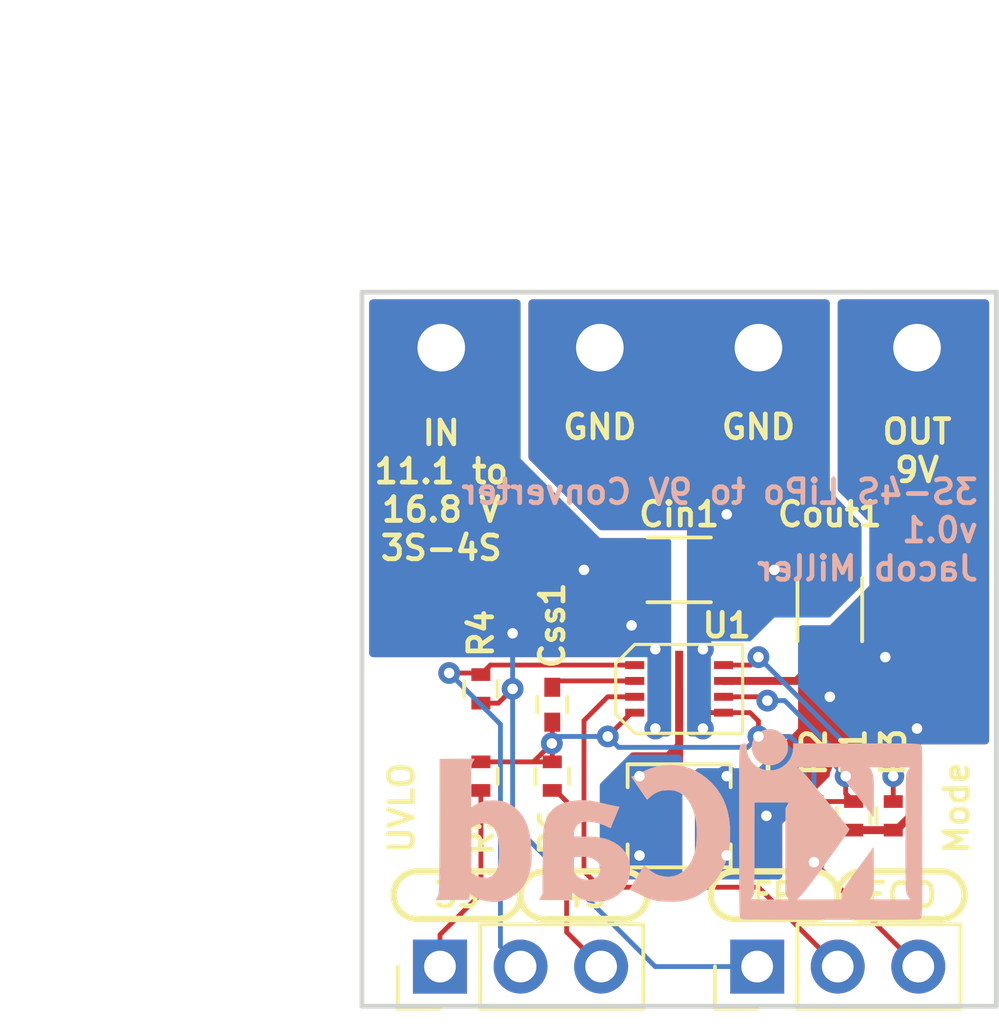
<source format=kicad_pcb>
(kicad_pcb (version 4) (host pcbnew 4.0.7)

  (general
    (links 47)
    (no_connects 0)
    (area 127.424999 102.424999 147.575001 125.075001)
    (thickness 1.6)
    (drawings 33)
    (tracks 100)
    (zones 0)
    (modules 35)
    (nets 12)
  )

  (page USLetter)
  (title_block
    (title "3S-4S LiPo to 9V DC-DC Converter")
    (date 2018-01-15)
    (rev 0.1)
    (company "Jacob Miller")
  )

  (layers
    (0 F.Cu signal)
    (31 B.Cu signal)
    (32 B.Adhes user)
    (33 F.Adhes user)
    (34 B.Paste user)
    (35 F.Paste user)
    (36 B.SilkS user)
    (37 F.SilkS user)
    (38 B.Mask user)
    (39 F.Mask user)
    (40 Dwgs.User user)
    (41 Cmts.User user)
    (42 Eco1.User user)
    (43 Eco2.User user)
    (44 Edge.Cuts user)
    (45 Margin user)
    (46 B.CrtYd user)
    (47 F.CrtYd user)
    (48 B.Fab user)
    (49 F.Fab user hide)
  )

  (setup
    (last_trace_width 0.1524)
    (trace_clearance 0.1524)
    (zone_clearance 0.1524)
    (zone_45_only no)
    (trace_min 0.1524)
    (segment_width 0.2)
    (edge_width 0.15)
    (via_size 0.6858)
    (via_drill 0.3302)
    (via_min_size 0.6858)
    (via_min_drill 0.3302)
    (uvia_size 0.6858)
    (uvia_drill 0.3302)
    (uvias_allowed no)
    (uvia_min_size 0)
    (uvia_min_drill 0)
    (pcb_text_width 0.3)
    (pcb_text_size 0.75 0.75)
    (mod_edge_width 0.15)
    (mod_text_size 0.75 0.75)
    (mod_text_width 0.15)
    (pad_size 2 3)
    (pad_drill 1.5)
    (pad_to_mask_clearance 0.2)
    (aux_axis_origin 0 0)
    (grid_origin 137.5 115)
    (visible_elements 7FFFFF7F)
    (pcbplotparams
      (layerselection 0x00030_80000001)
      (usegerberextensions false)
      (excludeedgelayer true)
      (linewidth 0.150000)
      (plotframeref false)
      (viasonmask false)
      (mode 1)
      (useauxorigin false)
      (hpglpennumber 1)
      (hpglpenspeed 20)
      (hpglpendiameter 15)
      (hpglpenoverlay 2)
      (psnegative false)
      (psa4output false)
      (plotreference true)
      (plotvalue true)
      (plotinvisibletext false)
      (padsonsilk false)
      (subtractmaskfromsilk false)
      (outputformat 1)
      (mirror false)
      (drillshape 1)
      (scaleselection 1)
      (outputdirectory ""))
  )

  (net 0 "")
  (net 1 +12V)
  (net 2 GND)
  (net 3 +9V)
  (net 4 /SW)
  (net 5 /FB)
  (net 6 /PG)
  (net 7 /MODE)
  (net 8 "Net-(JP1-Pad1)")
  (net 9 "Net-(JP1-Pad3)")
  (net 10 /SS/TR)
  (net 11 /EN)

  (net_class Default "This is the default net class."
    (clearance 0.1524)
    (trace_width 0.1524)
    (via_dia 0.6858)
    (via_drill 0.3302)
    (uvia_dia 0.6858)
    (uvia_drill 0.3302)
    (add_net +12V)
    (add_net /EN)
    (add_net /FB)
    (add_net /MODE)
    (add_net /PG)
    (add_net /SS/TR)
    (add_net /SW)
    (add_net GND)
    (add_net "Net-(JP1-Pad1)")
    (add_net "Net-(JP1-Pad3)")
  )

  (net_class 9V ""
    (clearance 0.1524)
    (trace_width 0.25)
    (via_dia 0.6858)
    (via_drill 0.3302)
    (uvia_dia 0.6858)
    (uvia_drill 0.3302)
    (add_net +9V)
  )

  (module Wire_Pads:SolderWirePad_single_1-5mmDrill (layer F.Cu) (tedit 5A5D2A40) (tstamp 5A53F466)
    (at 140 104.25)
    (path /5A4F0FD4)
    (fp_text reference J4 (at -2.25 -1.75) (layer F.Fab) hide
      (effects (font (size 1 1) (thickness 0.15)))
    )
    (fp_text value -Vout (at 0 1.25) (layer F.Fab)
      (effects (font (size 1 1) (thickness 0.15)))
    )
    (pad 1 thru_hole rect (at 0 0) (size 2 3) (drill 1.5) (layers *.Cu *.Mask)
      (net 2 GND))
  )

  (module Wire_Pads:SolderWirePad_single_1-5mmDrill (layer F.Cu) (tedit 5A5D2A24) (tstamp 5A53F462)
    (at 145 104.25 90)
    (path /5A4F0AB8)
    (fp_text reference J3 (at -2.25 -2 90) (layer F.Fab) hide
      (effects (font (size 1 1) (thickness 0.15)))
    )
    (fp_text value +Vout (at 0 1 90) (layer F.Fab)
      (effects (font (size 1 1) (thickness 0.15)))
    )
    (pad 1 thru_hole rect (at 0 0 90) (size 3 2) (drill 1.5) (layers *.Cu *.Mask)
      (net 3 +9V))
  )

  (module Wire_Pads:SolderWirePad_single_1-5mmDrill (layer F.Cu) (tedit 5A5D2A33) (tstamp 5A53F45E)
    (at 135 104.25)
    (path /5A4F09F5)
    (fp_text reference J2 (at 3 -1.25) (layer F.SilkS) hide
      (effects (font (size 1 1) (thickness 0.15)))
    )
    (fp_text value -Vin (at 0 1.25) (layer F.Fab)
      (effects (font (size 1 1) (thickness 0.15)))
    )
    (pad 1 thru_hole rect (at 0 0) (size 2 3) (drill 1.5) (layers *.Cu *.Mask)
      (net 2 GND))
  )

  (module Wire_Pads:SolderWirePad_single_1-5mmDrill (layer F.Cu) (tedit 5A5D2A11) (tstamp 5A53F45A)
    (at 130 104.25)
    (path /5A4F09A3)
    (fp_text reference J1 (at 3 -1.25) (layer F.SilkS) hide
      (effects (font (size 1 1) (thickness 0.15)))
    )
    (fp_text value +Vin (at 0 -1.25) (layer F.Fab)
      (effects (font (size 1 1) (thickness 0.15)))
    )
    (pad 1 thru_hole rect (at 0 0) (size 2 3) (drill 1.5) (layers *.Cu *.Mask)
      (net 1 +12V))
  )

  (module "Project Library:VIA-0.027in" (layer F.Cu) (tedit 5A55846F) (tstamp 5A581A23)
    (at 132.25 113.25)
    (fp_text reference REF** (at 0 0) (layer F.SilkS) hide
      (effects (font (size 0.127 0.127) (thickness 0.03175)))
    )
    (fp_text value VIA-0.027in (at 0 0) (layer F.Fab) hide
      (effects (font (size 0.127 0.127) (thickness 0.03175)))
    )
    (pad 1 thru_hole circle (at 0 0) (size 0.6858 0.6858) (drill 0.3302) (layers *.Cu)
      (net 1 +12V) (zone_connect 2))
  )

  (module "Project Library:VIA-0.027in" (layer F.Cu) (tedit 5A55846F) (tstamp 5A58198F)
    (at 134.5 111.25)
    (fp_text reference REF** (at 0 0) (layer F.SilkS) hide
      (effects (font (size 0.127 0.127) (thickness 0.03175)))
    )
    (fp_text value VIA-0.027in (at 0 0) (layer F.Fab) hide
      (effects (font (size 0.127 0.127) (thickness 0.03175)))
    )
    (pad 1 thru_hole circle (at 0 0) (size 0.6858 0.6858) (drill 0.3302) (layers *.Cu)
      (net 1 +12V) (zone_connect 2))
  )

  (module "Project Library:VIA-0.027in" (layer F.Cu) (tedit 5A5586FF) (tstamp 5A581767)
    (at 145 116.25)
    (fp_text reference REF** (at 0 0) (layer F.SilkS) hide
      (effects (font (size 0.127 0.127) (thickness 0.03175)))
    )
    (fp_text value VIA-0.027in (at 0 0) (layer F.Fab) hide
      (effects (font (size 0.127 0.127) (thickness 0.03175)))
    )
    (pad 1 thru_hole circle (at 0 0) (size 0.6858 0.6858) (drill 0.3302) (layers *.Cu)
      (net 3 +9V) (zone_connect 2))
  )

  (module "Project Library:VIA-0.027in" (layer F.Cu) (tedit 5A5586FF) (tstamp 5A5816AA)
    (at 144 114)
    (fp_text reference REF** (at 0 0) (layer F.SilkS) hide
      (effects (font (size 0.127 0.127) (thickness 0.03175)))
    )
    (fp_text value VIA-0.027in (at 0 0) (layer F.Fab) hide
      (effects (font (size 0.127 0.127) (thickness 0.03175)))
    )
    (pad 1 thru_hole circle (at 0 0) (size 0.6858 0.6858) (drill 0.3302) (layers *.Cu)
      (net 3 +9V) (zone_connect 2))
  )

  (module "Project Library:VIA-0.027in" (layer F.Cu) (tedit 5A5586FF) (tstamp 5A55870E)
    (at 140.25 119)
    (fp_text reference REF** (at 0 0) (layer F.SilkS) hide
      (effects (font (size 0.127 0.127) (thickness 0.03175)))
    )
    (fp_text value VIA-0.027in (at 0 0) (layer F.Fab) hide
      (effects (font (size 0.127 0.127) (thickness 0.03175)))
    )
    (pad 1 thru_hole circle (at 0 0) (size 0.6858 0.6858) (drill 0.3302) (layers *.Cu)
      (net 3 +9V) (zone_connect 2))
  )

  (module "Project Library:VIA-0.027in" (layer F.Cu) (tedit 5A5586FF) (tstamp 5A55870A)
    (at 139 120.25)
    (fp_text reference REF** (at 0 0) (layer F.SilkS) hide
      (effects (font (size 0.127 0.127) (thickness 0.03175)))
    )
    (fp_text value VIA-0.027in (at 0 0) (layer F.Fab) hide
      (effects (font (size 0.127 0.127) (thickness 0.03175)))
    )
    (pad 1 thru_hole circle (at 0 0) (size 0.6858 0.6858) (drill 0.3302) (layers *.Cu)
      (net 3 +9V) (zone_connect 2))
  )

  (module "Project Library:VIA-0.027in" (layer F.Cu) (tedit 5A5586FF) (tstamp 5A558704)
    (at 139 117.75)
    (fp_text reference REF** (at 0 0) (layer F.SilkS) hide
      (effects (font (size 0.127 0.127) (thickness 0.03175)))
    )
    (fp_text value VIA-0.027in (at 0 0) (layer F.Fab) hide
      (effects (font (size 0.127 0.127) (thickness 0.03175)))
    )
    (pad 1 thru_hole circle (at 0 0) (size 0.6858 0.6858) (drill 0.3302) (layers *.Cu)
      (net 3 +9V) (zone_connect 2))
  )

  (module "Project Library:VIA-0.027in" (layer F.Cu) (tedit 5A5586B3) (tstamp 5A5586C9)
    (at 136.25 120.25)
    (fp_text reference REF** (at 0 0) (layer F.SilkS) hide
      (effects (font (size 0.127 0.127) (thickness 0.03175)))
    )
    (fp_text value VIA-0.027in (at 0 0) (layer F.Fab) hide
      (effects (font (size 0.127 0.127) (thickness 0.03175)))
    )
    (pad 1 thru_hole circle (at 0 0) (size 0.6858 0.6858) (drill 0.3302) (layers *.Cu)
      (net 4 /SW) (zone_connect 2))
  )

  (module "Project Library:VIA-0.027in" (layer F.Cu) (tedit 5A55846F) (tstamp 5A5584C1)
    (at 136.75 116.25)
    (fp_text reference REF** (at 0 0) (layer F.SilkS) hide
      (effects (font (size 0.127 0.127) (thickness 0.03175)))
    )
    (fp_text value VIA-0.027in (at 0 0) (layer F.Fab) hide
      (effects (font (size 0.127 0.127) (thickness 0.03175)))
    )
    (pad 1 thru_hole circle (at 0 0) (size 0.6858 0.6858) (drill 0.3302) (layers *.Cu)
      (net 1 +12V) (zone_connect 2))
  )

  (module "Project Library:VIA-0.027in" (layer F.Cu) (tedit 5A558452) (tstamp 5A5584BC)
    (at 138.25 116.25)
    (fp_text reference REF** (at 0 0) (layer F.SilkS) hide
      (effects (font (size 0.127 0.127) (thickness 0.03175)))
    )
    (fp_text value VIA-0.027in (at 0 0) (layer F.Fab) hide
      (effects (font (size 0.127 0.127) (thickness 0.03175)))
    )
    (pad 1 thru_hole circle (at 0 0) (size 0.6858 0.6858) (drill 0.3302) (layers *.Cu)
      (net 2 GND) (zone_connect 2))
  )

  (module "Project Library:VIA-0.027in" (layer F.Cu) (tedit 5A558452) (tstamp 5A5584B4)
    (at 138.25 113.75)
    (fp_text reference REF** (at 0 0) (layer F.SilkS) hide
      (effects (font (size 0.127 0.127) (thickness 0.03175)))
    )
    (fp_text value VIA-0.027in (at 0 0) (layer F.Fab) hide
      (effects (font (size 0.127 0.127) (thickness 0.03175)))
    )
    (pad 1 thru_hole circle (at 0 0) (size 0.6858 0.6858) (drill 0.3302) (layers *.Cu)
      (net 2 GND) (zone_connect 2))
  )

  (module "Project Library:VIA-0.027in" (layer F.Cu) (tedit 5A55846F) (tstamp 5A5584AC)
    (at 136.75 113.75)
    (fp_text reference REF** (at 0 0) (layer F.SilkS) hide
      (effects (font (size 0.127 0.127) (thickness 0.03175)))
    )
    (fp_text value VIA-0.027in (at 0 0) (layer F.Fab) hide
      (effects (font (size 0.127 0.127) (thickness 0.03175)))
    )
    (pad 1 thru_hole circle (at 0 0) (size 0.6858 0.6858) (drill 0.3302) (layers *.Cu)
      (net 1 +12V) (zone_connect 2))
  )

  (module "Project Library:VIA-0.027in" (layer F.Cu) (tedit 5A558452) (tstamp 5A55849D)
    (at 140.5 111.25)
    (fp_text reference REF** (at 0 0) (layer F.SilkS) hide
      (effects (font (size 0.127 0.127) (thickness 0.03175)))
    )
    (fp_text value VIA-0.027in (at 0 0) (layer F.Fab) hide
      (effects (font (size 0.127 0.127) (thickness 0.03175)))
    )
    (pad 1 thru_hole circle (at 0 0) (size 0.6858 0.6858) (drill 0.3302) (layers *.Cu)
      (net 2 GND) (zone_connect 2))
  )

  (module Capacitors_SMD:C_1206 (layer F.Cu) (tedit 58AA84B8) (tstamp 5A529469)
    (at 137.5 111.25)
    (descr "Capacitor SMD 1206, reflow soldering, AVX (see smccp.pdf)")
    (tags "capacitor 1206")
    (path /5A4EFD85)
    (attr smd)
    (fp_text reference Cin1 (at 0 -1.75) (layer F.SilkS)
      (effects (font (size 0.75 0.75) (thickness 0.15)))
    )
    (fp_text value 10.0uF (at 0 -2.75) (layer F.Fab)
      (effects (font (size 0.75 0.75) (thickness 0.15)))
    )
    (fp_text user %R (at 0 -1.75) (layer F.Fab)
      (effects (font (size 0.75 0.75) (thickness 0.15)))
    )
    (fp_line (start -1.6 0.8) (end -1.6 -0.8) (layer F.Fab) (width 0.1))
    (fp_line (start 1.6 0.8) (end -1.6 0.8) (layer F.Fab) (width 0.1))
    (fp_line (start 1.6 -0.8) (end 1.6 0.8) (layer F.Fab) (width 0.1))
    (fp_line (start -1.6 -0.8) (end 1.6 -0.8) (layer F.Fab) (width 0.1))
    (fp_line (start 1 -1.02) (end -1 -1.02) (layer F.SilkS) (width 0.12))
    (fp_line (start -1 1.02) (end 1 1.02) (layer F.SilkS) (width 0.12))
    (fp_line (start -2.25 -1.05) (end 2.25 -1.05) (layer F.CrtYd) (width 0.05))
    (fp_line (start -2.25 -1.05) (end -2.25 1.05) (layer F.CrtYd) (width 0.05))
    (fp_line (start 2.25 1.05) (end 2.25 -1.05) (layer F.CrtYd) (width 0.05))
    (fp_line (start 2.25 1.05) (end -2.25 1.05) (layer F.CrtYd) (width 0.05))
    (pad 1 smd rect (at -1.5 0) (size 1 1.6) (layers F.Cu F.Paste F.Mask)
      (net 1 +12V))
    (pad 2 smd rect (at 1.5 0) (size 1 1.6) (layers F.Cu F.Paste F.Mask)
      (net 2 GND))
    (model Capacitors_SMD.3dshapes/C_1206.wrl
      (at (xyz 0 0 0))
      (scale (xyz 1 1 1))
      (rotate (xyz 0 0 0))
    )
  )

  (module Capacitors_SMD:C_1206 (layer F.Cu) (tedit 58AA84B8) (tstamp 5A52946F)
    (at 142.25 112.5 90)
    (descr "Capacitor SMD 1206, reflow soldering, AVX (see smccp.pdf)")
    (tags "capacitor 1206")
    (path /5A4F0407)
    (attr smd)
    (fp_text reference Cout1 (at 3 0 180) (layer F.SilkS)
      (effects (font (size 0.75 0.75) (thickness 0.15)))
    )
    (fp_text value 22uF (at 0 2 90) (layer F.Fab)
      (effects (font (size 0.75 0.75) (thickness 0.15)))
    )
    (fp_text user %R (at 3 0 180) (layer F.Fab)
      (effects (font (size 0.75 0.75) (thickness 0.15)))
    )
    (fp_line (start -1.6 0.8) (end -1.6 -0.8) (layer F.Fab) (width 0.1))
    (fp_line (start 1.6 0.8) (end -1.6 0.8) (layer F.Fab) (width 0.1))
    (fp_line (start 1.6 -0.8) (end 1.6 0.8) (layer F.Fab) (width 0.1))
    (fp_line (start -1.6 -0.8) (end 1.6 -0.8) (layer F.Fab) (width 0.1))
    (fp_line (start 1 -1.02) (end -1 -1.02) (layer F.SilkS) (width 0.12))
    (fp_line (start -1 1.02) (end 1 1.02) (layer F.SilkS) (width 0.12))
    (fp_line (start -2.25 -1.05) (end 2.25 -1.05) (layer F.CrtYd) (width 0.05))
    (fp_line (start -2.25 -1.05) (end -2.25 1.05) (layer F.CrtYd) (width 0.05))
    (fp_line (start 2.25 1.05) (end 2.25 -1.05) (layer F.CrtYd) (width 0.05))
    (fp_line (start 2.25 1.05) (end -2.25 1.05) (layer F.CrtYd) (width 0.05))
    (pad 1 smd rect (at -1.5 0 90) (size 1 1.6) (layers F.Cu F.Paste F.Mask)
      (net 3 +9V))
    (pad 2 smd rect (at 1.5 0 90) (size 1 1.6) (layers F.Cu F.Paste F.Mask)
      (net 2 GND))
    (model Capacitors_SMD.3dshapes/C_1206.wrl
      (at (xyz 0 0 0))
      (scale (xyz 1 1 1))
      (rotate (xyz 0 0 0))
    )
  )

  (module Capacitors_SMD:C_0402 (layer F.Cu) (tedit 58AA841A) (tstamp 5A529475)
    (at 133.5 115.5 270)
    (descr "Capacitor SMD 0402, reflow soldering, AVX (see smccp.pdf)")
    (tags "capacitor 0402")
    (path /5A4EFECD)
    (attr smd)
    (fp_text reference Css1 (at -2.5 0 270) (layer F.SilkS)
      (effects (font (size 0.75 0.75) (thickness 0.15)))
    )
    (fp_text value 2.2nF (at -2.75 0 270) (layer F.Fab)
      (effects (font (size 0.75 0.75) (thickness 0.15)))
    )
    (fp_text user %R (at 0 1 270) (layer F.Fab)
      (effects (font (size 0.75 0.75) (thickness 0.15)))
    )
    (fp_line (start -0.5 0.25) (end -0.5 -0.25) (layer F.Fab) (width 0.1))
    (fp_line (start 0.5 0.25) (end -0.5 0.25) (layer F.Fab) (width 0.1))
    (fp_line (start 0.5 -0.25) (end 0.5 0.25) (layer F.Fab) (width 0.1))
    (fp_line (start -0.5 -0.25) (end 0.5 -0.25) (layer F.Fab) (width 0.1))
    (fp_line (start 0.25 -0.47) (end -0.25 -0.47) (layer F.SilkS) (width 0.12))
    (fp_line (start -0.25 0.47) (end 0.25 0.47) (layer F.SilkS) (width 0.12))
    (fp_line (start -1 -0.4) (end 1 -0.4) (layer F.CrtYd) (width 0.05))
    (fp_line (start -1 -0.4) (end -1 0.4) (layer F.CrtYd) (width 0.05))
    (fp_line (start 1 0.4) (end 1 -0.4) (layer F.CrtYd) (width 0.05))
    (fp_line (start 1 0.4) (end -1 0.4) (layer F.CrtYd) (width 0.05))
    (pad 1 smd rect (at -0.55 0 270) (size 0.6 0.5) (layers F.Cu F.Paste F.Mask)
      (net 10 /SS/TR))
    (pad 2 smd rect (at 0.55 0 270) (size 0.6 0.5) (layers F.Cu F.Paste F.Mask)
      (net 2 GND))
    (model Capacitors_SMD.3dshapes/C_0402.wrl
      (at (xyz 0 0 0))
      (scale (xyz 1 1 1))
      (rotate (xyz 0 0 0))
    )
  )

  (module Inductors_SMD:L_Vishay_IHLP-1212 (layer F.Cu) (tedit 5990349D) (tstamp 5A52948F)
    (at 137.5 119)
    (descr "Inductor, Vishay, IHLP series, 3.0mmx3.0mm")
    (tags "inductor vishay ihlp smd")
    (path /5A4F00C4)
    (attr smd)
    (fp_text reference L1 (at 2.5 -1.5) (layer F.SilkS)
      (effects (font (size 0.75 0.75) (thickness 0.15)))
    )
    (fp_text value 1.0uH (at 0 1.25) (layer F.Fab)
      (effects (font (size 0.75 0.75) (thickness 0.15)))
    )
    (fp_text user %R (at 0 0) (layer F.Fab)
      (effects (font (size 0.7 0.7) (thickness 0.105)))
    )
    (fp_line (start -1.524 -1.524) (end -1.524 1.524) (layer F.Fab) (width 0.1))
    (fp_line (start -1.524 1.524) (end 1.524 1.524) (layer F.Fab) (width 0.1))
    (fp_line (start 1.524 1.524) (end 1.524 -1.524) (layer F.Fab) (width 0.1))
    (fp_line (start 1.524 -1.524) (end -1.524 -1.524) (layer F.Fab) (width 0.1))
    (fp_line (start -1.624 -0.9) (end -1.624 -1.624) (layer F.SilkS) (width 0.12))
    (fp_line (start -1.624 -1.624) (end 1.624 -1.624) (layer F.SilkS) (width 0.12))
    (fp_line (start 1.624 -1.624) (end 1.624 -0.9) (layer F.SilkS) (width 0.12))
    (fp_line (start -1.624 0.9) (end -1.624 1.624) (layer F.SilkS) (width 0.12))
    (fp_line (start -1.624 1.624) (end 1.624 1.624) (layer F.SilkS) (width 0.12))
    (fp_line (start 1.624 1.624) (end 1.624 0.9) (layer F.SilkS) (width 0.12))
    (fp_line (start -2.35 -1.8) (end -2.35 1.8) (layer F.CrtYd) (width 0.05))
    (fp_line (start -2.35 1.8) (end 2.35 1.8) (layer F.CrtYd) (width 0.05))
    (fp_line (start 2.35 1.8) (end 2.35 -1.8) (layer F.CrtYd) (width 0.05))
    (fp_line (start 2.35 -1.8) (end -2.35 -1.8) (layer F.CrtYd) (width 0.05))
    (pad 1 smd rect (at -1.35 0) (size 1.5 1.2) (layers F.Cu F.Paste F.Mask)
      (net 4 /SW))
    (pad 2 smd rect (at 1.35 0) (size 1.5 1.2) (layers F.Cu F.Paste F.Mask)
      (net 3 +9V))
    (model ${KISYS3DMOD}/Inductors_SMD.3dshapes/L_Vishay_IHLP-1212.wrl
      (at (xyz 0 0 0))
      (scale (xyz 1 1 1))
      (rotate (xyz 0 0 0))
    )
    (model Inductors_SMD.3dshapes/L_12x12mm_h4.5mm.wrl
      (at (xyz 0 0 0))
      (scale (xyz 1 1 1))
      (rotate (xyz 0 0 0))
    )
  )

  (module "Project Library:VQFN-HR-11" (layer F.Cu) (tedit 5A53F0F9) (tstamp 5A5294B6)
    (at 137.5 115)
    (path /5A4EFA49)
    (fp_text reference U1 (at 1.5 -2 180) (layer F.SilkS)
      (effects (font (size 0.75 0.75) (thickness 0.15)))
    )
    (fp_text value TPS62135RGX (at 0 1.75) (layer F.Fab) hide
      (effects (font (size 0.75 0.75) (thickness 0.15)))
    )
    (fp_line (start -2 0.8) (end -1.4 1.4) (layer F.SilkS) (width 0.1))
    (fp_line (start -2 -0.8) (end -1.4 -1.4) (layer F.SilkS) (width 0.1))
    (fp_line (start -2 0.8) (end -2 -0.8) (layer F.SilkS) (width 0.1))
    (fp_line (start 2 1.4) (end -1.4 1.4) (layer F.SilkS) (width 0.1))
    (fp_line (start 2 -1.4) (end 2 1.4) (layer F.SilkS) (width 0.1))
    (fp_line (start -1.4 -1.4) (end 2 -1.4) (layer F.SilkS) (width 0.1))
    (pad 11 smd rect (at -1.4 0.75 90) (size 0.25 0.6) (layers F.Cu F.Paste F.Mask)
      (net 2 GND) (solder_mask_margin 0.05) (clearance 0.05))
    (pad 4 smd rect (at 1.4 0.75 90) (size 0.25 0.6) (layers F.Cu F.Paste F.Mask)
      (net 2 GND) (solder_mask_margin 0.05) (clearance 0.05))
    (pad 10 smd rect (at -1.4 0.25 90) (size 0.25 0.6) (layers F.Cu F.Paste F.Mask)
      (net 7 /MODE) (solder_mask_margin 0.05) (clearance 0.05))
    (pad 5 smd rect (at 1.4 0.25 90) (size 0.25 0.6) (layers F.Cu F.Paste F.Mask)
      (net 5 /FB) (solder_mask_margin 0.05) (clearance 0.05))
    (pad 9 smd rect (at -1.4 -0.25 90) (size 0.25 0.6) (layers F.Cu F.Paste F.Mask)
      (net 10 /SS/TR) (solder_mask_margin 0.05) (clearance 0.05))
    (pad 6 smd rect (at 1.4 -0.25 90) (size 0.25 0.6) (layers F.Cu F.Paste F.Mask)
      (net 3 +9V) (solder_mask_margin 0.05) (clearance 0.05))
    (pad 8 smd rect (at -1.4 -0.75 90) (size 0.25 0.6) (layers F.Cu F.Paste F.Mask)
      (net 11 /EN) (solder_mask_margin 0.05) (clearance 0.05))
    (pad 7 smd rect (at 1.4 -0.75 90) (size 0.25 0.6) (layers F.Cu F.Paste F.Mask)
      (net 6 /PG) (solder_mask_margin 0.05) (clearance 0.05))
    (pad 2 smd rect (at 0 0 90) (size 2.4 0.25) (layers F.Cu F.Paste F.Mask)
      (net 4 /SW) (solder_mask_margin 0.05) (clearance 0.05))
    (pad 1 smd rect (at -0.5 0 90) (size 2.4 0.25) (layers F.Cu F.Paste F.Mask)
      (net 1 +12V) (solder_mask_margin 0.05) (clearance 0.05))
    (pad 3 smd rect (at 0.5 0 90) (size 2.4 0.25) (layers F.Cu F.Paste F.Mask)
      (net 2 GND) (solder_mask_margin 0.05) (clearance 0.05))
  )

  (module Resistors_SMD:R_0402 (layer F.Cu) (tedit 58E0A804) (tstamp 5A53E41F)
    (at 143 119 90)
    (descr "Resistor SMD 0402, reflow soldering, Vishay (see dcrcw.pdf)")
    (tags "resistor 0402")
    (path /5A4F0289)
    (attr smd)
    (fp_text reference R1 (at 2 0 90) (layer F.SilkS)
      (effects (font (size 0.75 0.75) (thickness 0.15)))
    )
    (fp_text value 1.18M (at -4 0 90) (layer F.Fab)
      (effects (font (size 0.75 0.75) (thickness 0.15)))
    )
    (fp_text user %R (at -1.75 0 90) (layer F.Fab)
      (effects (font (size 0.75 0.75) (thickness 0.15)))
    )
    (fp_line (start -0.5 0.25) (end -0.5 -0.25) (layer F.Fab) (width 0.1))
    (fp_line (start 0.5 0.25) (end -0.5 0.25) (layer F.Fab) (width 0.1))
    (fp_line (start 0.5 -0.25) (end 0.5 0.25) (layer F.Fab) (width 0.1))
    (fp_line (start -0.5 -0.25) (end 0.5 -0.25) (layer F.Fab) (width 0.1))
    (fp_line (start 0.25 -0.53) (end -0.25 -0.53) (layer F.SilkS) (width 0.12))
    (fp_line (start -0.25 0.53) (end 0.25 0.53) (layer F.SilkS) (width 0.12))
    (fp_line (start -0.8 -0.45) (end 0.8 -0.45) (layer F.CrtYd) (width 0.05))
    (fp_line (start -0.8 -0.45) (end -0.8 0.45) (layer F.CrtYd) (width 0.05))
    (fp_line (start 0.8 0.45) (end 0.8 -0.45) (layer F.CrtYd) (width 0.05))
    (fp_line (start 0.8 0.45) (end -0.8 0.45) (layer F.CrtYd) (width 0.05))
    (pad 1 smd rect (at -0.45 0 90) (size 0.4 0.6) (layers F.Cu F.Paste F.Mask)
      (net 3 +9V))
    (pad 2 smd rect (at 0.45 0 90) (size 0.4 0.6) (layers F.Cu F.Paste F.Mask)
      (net 5 /FB))
    (model ${KISYS3DMOD}/Resistors_SMD.3dshapes/R_0402.wrl
      (at (xyz 0 0 0))
      (scale (xyz 1 1 1))
      (rotate (xyz 0 0 0))
    )
  )

  (module Resistors_SMD:R_0402 (layer F.Cu) (tedit 58E0A804) (tstamp 5A53E425)
    (at 141.75 119 270)
    (descr "Resistor SMD 0402, reflow soldering, Vishay (see dcrcw.pdf)")
    (tags "resistor 0402")
    (path /5A4F02BC)
    (attr smd)
    (fp_text reference R2 (at -2 0 270) (layer F.SilkS)
      (effects (font (size 0.75 0.75) (thickness 0.15)))
    )
    (fp_text value 100k (at 0 -1 270) (layer F.Fab)
      (effects (font (size 0.75 0.75) (thickness 0.15)))
    )
    (fp_text user %R (at 0 1 270) (layer F.Fab)
      (effects (font (size 0.75 0.75) (thickness 0.15)))
    )
    (fp_line (start -0.5 0.25) (end -0.5 -0.25) (layer F.Fab) (width 0.1))
    (fp_line (start 0.5 0.25) (end -0.5 0.25) (layer F.Fab) (width 0.1))
    (fp_line (start 0.5 -0.25) (end 0.5 0.25) (layer F.Fab) (width 0.1))
    (fp_line (start -0.5 -0.25) (end 0.5 -0.25) (layer F.Fab) (width 0.1))
    (fp_line (start 0.25 -0.53) (end -0.25 -0.53) (layer F.SilkS) (width 0.12))
    (fp_line (start -0.25 0.53) (end 0.25 0.53) (layer F.SilkS) (width 0.12))
    (fp_line (start -0.8 -0.45) (end 0.8 -0.45) (layer F.CrtYd) (width 0.05))
    (fp_line (start -0.8 -0.45) (end -0.8 0.45) (layer F.CrtYd) (width 0.05))
    (fp_line (start 0.8 0.45) (end 0.8 -0.45) (layer F.CrtYd) (width 0.05))
    (fp_line (start 0.8 0.45) (end -0.8 0.45) (layer F.CrtYd) (width 0.05))
    (pad 1 smd rect (at -0.45 0 270) (size 0.4 0.6) (layers F.Cu F.Paste F.Mask)
      (net 5 /FB))
    (pad 2 smd rect (at 0.45 0 270) (size 0.4 0.6) (layers F.Cu F.Paste F.Mask)
      (net 2 GND))
    (model ${KISYS3DMOD}/Resistors_SMD.3dshapes/R_0402.wrl
      (at (xyz 0 0 0))
      (scale (xyz 1 1 1))
      (rotate (xyz 0 0 0))
    )
  )

  (module Resistors_SMD:R_0402 (layer F.Cu) (tedit 58E0A804) (tstamp 5A53E42B)
    (at 144.25 119 90)
    (descr "Resistor SMD 0402, reflow soldering, Vishay (see dcrcw.pdf)")
    (tags "resistor 0402")
    (path /5A4F01DE)
    (attr smd)
    (fp_text reference R3 (at 2 0 90) (layer F.SilkS)
      (effects (font (size 0.75 0.75) (thickness 0.15)))
    )
    (fp_text value 100k (at -3.75 0 90) (layer F.Fab)
      (effects (font (size 0.75 0.75) (thickness 0.15)))
    )
    (fp_text user %R (at -1.75 0 90) (layer F.Fab)
      (effects (font (size 0.75 0.75) (thickness 0.15)))
    )
    (fp_line (start -0.5 0.25) (end -0.5 -0.25) (layer F.Fab) (width 0.1))
    (fp_line (start 0.5 0.25) (end -0.5 0.25) (layer F.Fab) (width 0.1))
    (fp_line (start 0.5 -0.25) (end 0.5 0.25) (layer F.Fab) (width 0.1))
    (fp_line (start -0.5 -0.25) (end 0.5 -0.25) (layer F.Fab) (width 0.1))
    (fp_line (start 0.25 -0.53) (end -0.25 -0.53) (layer F.SilkS) (width 0.12))
    (fp_line (start -0.25 0.53) (end 0.25 0.53) (layer F.SilkS) (width 0.12))
    (fp_line (start -0.8 -0.45) (end 0.8 -0.45) (layer F.CrtYd) (width 0.05))
    (fp_line (start -0.8 -0.45) (end -0.8 0.45) (layer F.CrtYd) (width 0.05))
    (fp_line (start 0.8 0.45) (end 0.8 -0.45) (layer F.CrtYd) (width 0.05))
    (fp_line (start 0.8 0.45) (end -0.8 0.45) (layer F.CrtYd) (width 0.05))
    (pad 1 smd rect (at -0.45 0 90) (size 0.4 0.6) (layers F.Cu F.Paste F.Mask)
      (net 3 +9V))
    (pad 2 smd rect (at 0.45 0 90) (size 0.4 0.6) (layers F.Cu F.Paste F.Mask)
      (net 6 /PG))
    (model ${KISYS3DMOD}/Resistors_SMD.3dshapes/R_0402.wrl
      (at (xyz 0 0 0))
      (scale (xyz 1 1 1))
      (rotate (xyz 0 0 0))
    )
  )

  (module Resistors_SMD:R_0402 (layer F.Cu) (tedit 58E0A804) (tstamp 5A53F09B)
    (at 131.25 115 270)
    (descr "Resistor SMD 0402, reflow soldering, Vishay (see dcrcw.pdf)")
    (tags "resistor 0402")
    (path /5A53EDEC)
    (attr smd)
    (fp_text reference R4 (at -1.75 0 450) (layer F.SilkS)
      (effects (font (size 0.75 0.75) (thickness 0.15)))
    )
    (fp_text value 150k (at -2 0 270) (layer F.Fab)
      (effects (font (size 0.75 0.75) (thickness 0.15)))
    )
    (fp_text user %R (at 0 1 450) (layer F.Fab)
      (effects (font (size 0.75 0.75) (thickness 0.15)))
    )
    (fp_line (start -0.5 0.25) (end -0.5 -0.25) (layer F.Fab) (width 0.1))
    (fp_line (start 0.5 0.25) (end -0.5 0.25) (layer F.Fab) (width 0.1))
    (fp_line (start 0.5 -0.25) (end 0.5 0.25) (layer F.Fab) (width 0.1))
    (fp_line (start -0.5 -0.25) (end 0.5 -0.25) (layer F.Fab) (width 0.1))
    (fp_line (start 0.25 -0.53) (end -0.25 -0.53) (layer F.SilkS) (width 0.12))
    (fp_line (start -0.25 0.53) (end 0.25 0.53) (layer F.SilkS) (width 0.12))
    (fp_line (start -0.8 -0.45) (end 0.8 -0.45) (layer F.CrtYd) (width 0.05))
    (fp_line (start -0.8 -0.45) (end -0.8 0.45) (layer F.CrtYd) (width 0.05))
    (fp_line (start 0.8 0.45) (end 0.8 -0.45) (layer F.CrtYd) (width 0.05))
    (fp_line (start 0.8 0.45) (end -0.8 0.45) (layer F.CrtYd) (width 0.05))
    (pad 1 smd rect (at -0.45 0 270) (size 0.4 0.6) (layers F.Cu F.Paste F.Mask)
      (net 11 /EN))
    (pad 2 smd rect (at 0.45 0 270) (size 0.4 0.6) (layers F.Cu F.Paste F.Mask)
      (net 1 +12V))
    (model ${KISYS3DMOD}/Resistors_SMD.3dshapes/R_0402.wrl
      (at (xyz 0 0 0))
      (scale (xyz 1 1 1))
      (rotate (xyz 0 0 0))
    )
  )

  (module Resistors_SMD:R_0402 (layer F.Cu) (tedit 58E0A804) (tstamp 5A53F0A1)
    (at 131.25 117.75 90)
    (descr "Resistor SMD 0402, reflow soldering, Vishay (see dcrcw.pdf)")
    (tags "resistor 0402")
    (path /5A53EC94)
    (attr smd)
    (fp_text reference R5 (at -1.75 0 90) (layer F.SilkS)
      (effects (font (size 0.75 0.75) (thickness 0.15)))
    )
    (fp_text value 10k (at -1.5 0 90) (layer F.Fab)
      (effects (font (size 0.75 0.75) (thickness 0.15)))
    )
    (fp_text user %R (at 0 -1 90) (layer F.Fab)
      (effects (font (size 0.75 0.75) (thickness 0.15)))
    )
    (fp_line (start -0.5 0.25) (end -0.5 -0.25) (layer F.Fab) (width 0.1))
    (fp_line (start 0.5 0.25) (end -0.5 0.25) (layer F.Fab) (width 0.1))
    (fp_line (start 0.5 -0.25) (end 0.5 0.25) (layer F.Fab) (width 0.1))
    (fp_line (start -0.5 -0.25) (end 0.5 -0.25) (layer F.Fab) (width 0.1))
    (fp_line (start 0.25 -0.53) (end -0.25 -0.53) (layer F.SilkS) (width 0.12))
    (fp_line (start -0.25 0.53) (end 0.25 0.53) (layer F.SilkS) (width 0.12))
    (fp_line (start -0.8 -0.45) (end 0.8 -0.45) (layer F.CrtYd) (width 0.05))
    (fp_line (start -0.8 -0.45) (end -0.8 0.45) (layer F.CrtYd) (width 0.05))
    (fp_line (start 0.8 0.45) (end 0.8 -0.45) (layer F.CrtYd) (width 0.05))
    (fp_line (start 0.8 0.45) (end -0.8 0.45) (layer F.CrtYd) (width 0.05))
    (pad 1 smd rect (at -0.45 0 90) (size 0.4 0.6) (layers F.Cu F.Paste F.Mask)
      (net 8 "Net-(JP1-Pad1)"))
    (pad 2 smd rect (at 0.45 0 90) (size 0.4 0.6) (layers F.Cu F.Paste F.Mask)
      (net 2 GND))
    (model ${KISYS3DMOD}/Resistors_SMD.3dshapes/R_0402.wrl
      (at (xyz 0 0 0))
      (scale (xyz 1 1 1))
      (rotate (xyz 0 0 0))
    )
  )

  (module Resistors_SMD:R_0402 (layer F.Cu) (tedit 58E0A804) (tstamp 5A53F0A7)
    (at 133.5 117.75 90)
    (descr "Resistor SMD 0402, reflow soldering, Vishay (see dcrcw.pdf)")
    (tags "resistor 0402")
    (path /5A53F853)
    (attr smd)
    (fp_text reference R6 (at -1.75 0 90) (layer F.SilkS)
      (effects (font (size 0.75 0.75) (thickness 0.15)))
    )
    (fp_text value 7.5k (at -1.75 0 90) (layer F.Fab)
      (effects (font (size 0.75 0.75) (thickness 0.15)))
    )
    (fp_text user %R (at 0 -1 90) (layer F.Fab)
      (effects (font (size 0.75 0.75) (thickness 0.15)))
    )
    (fp_line (start -0.5 0.25) (end -0.5 -0.25) (layer F.Fab) (width 0.1))
    (fp_line (start 0.5 0.25) (end -0.5 0.25) (layer F.Fab) (width 0.1))
    (fp_line (start 0.5 -0.25) (end 0.5 0.25) (layer F.Fab) (width 0.1))
    (fp_line (start -0.5 -0.25) (end 0.5 -0.25) (layer F.Fab) (width 0.1))
    (fp_line (start 0.25 -0.53) (end -0.25 -0.53) (layer F.SilkS) (width 0.12))
    (fp_line (start -0.25 0.53) (end 0.25 0.53) (layer F.SilkS) (width 0.12))
    (fp_line (start -0.8 -0.45) (end 0.8 -0.45) (layer F.CrtYd) (width 0.05))
    (fp_line (start -0.8 -0.45) (end -0.8 0.45) (layer F.CrtYd) (width 0.05))
    (fp_line (start 0.8 0.45) (end 0.8 -0.45) (layer F.CrtYd) (width 0.05))
    (fp_line (start 0.8 0.45) (end -0.8 0.45) (layer F.CrtYd) (width 0.05))
    (pad 1 smd rect (at -0.45 0 90) (size 0.4 0.6) (layers F.Cu F.Paste F.Mask)
      (net 9 "Net-(JP1-Pad3)"))
    (pad 2 smd rect (at 0.45 0 90) (size 0.4 0.6) (layers F.Cu F.Paste F.Mask)
      (net 2 GND))
    (model ${KISYS3DMOD}/Resistors_SMD.3dshapes/R_0402.wrl
      (at (xyz 0 0 0))
      (scale (xyz 1 1 1))
      (rotate (xyz 0 0 0))
    )
  )

  (module Pin_Headers:Pin_Header_Straight_1x03_Pitch2.54mm (layer F.Cu) (tedit 5A558B86) (tstamp 5A53F46A)
    (at 129.96 123.75 90)
    (descr "Through hole straight pin header, 1x03, 2.54mm pitch, single row")
    (tags "Through hole pin header THT 1x03 2.54mm single row")
    (path /5A53EF45)
    (fp_text reference JP1 (at 0.04 0.04 180) (layer F.Fab) hide
      (effects (font (size 1 1) (thickness 0.15)))
    )
    (fp_text value UVLO (at 5 -1.21 270) (layer F.SilkS)
      (effects (font (size 0.75 0.75) (thickness 0.15)))
    )
    (fp_line (start -0.635 -1.27) (end 1.27 -1.27) (layer F.Fab) (width 0.1))
    (fp_line (start 1.27 -1.27) (end 1.27 6.35) (layer F.Fab) (width 0.1))
    (fp_line (start 1.27 6.35) (end -1.27 6.35) (layer F.Fab) (width 0.1))
    (fp_line (start -1.27 6.35) (end -1.27 -0.635) (layer F.Fab) (width 0.1))
    (fp_line (start -1.27 -0.635) (end -0.635 -1.27) (layer F.Fab) (width 0.1))
    (fp_line (start -1.33 6.41) (end 1.33 6.41) (layer F.SilkS) (width 0.12))
    (fp_line (start -1.33 1.27) (end -1.33 6.41) (layer F.SilkS) (width 0.12))
    (fp_line (start 1.33 1.27) (end 1.33 6.41) (layer F.SilkS) (width 0.12))
    (fp_line (start -1.33 1.27) (end 1.33 1.27) (layer F.SilkS) (width 0.12))
    (fp_line (start -1.33 0) (end -1.33 -1.33) (layer F.SilkS) (width 0.12))
    (fp_line (start -1.33 -1.33) (end 0 -1.33) (layer F.SilkS) (width 0.12))
    (fp_line (start -1.8 -1.8) (end -1.8 6.85) (layer F.CrtYd) (width 0.05))
    (fp_line (start -1.8 6.85) (end 1.8 6.85) (layer F.CrtYd) (width 0.05))
    (fp_line (start 1.8 6.85) (end 1.8 -1.8) (layer F.CrtYd) (width 0.05))
    (fp_line (start 1.8 -1.8) (end -1.8 -1.8) (layer F.CrtYd) (width 0.05))
    (fp_text user %R (at 0.04 0.04 180) (layer F.Fab)
      (effects (font (size 1 1) (thickness 0.15)))
    )
    (pad 1 thru_hole rect (at 0 0 90) (size 1.7 1.7) (drill 1) (layers *.Cu *.Mask)
      (net 8 "Net-(JP1-Pad1)"))
    (pad 2 thru_hole oval (at 0 2.54 90) (size 1.7 1.7) (drill 1) (layers *.Cu *.Mask)
      (net 11 /EN))
    (pad 3 thru_hole oval (at 0 5.08 90) (size 1.7 1.7) (drill 1) (layers *.Cu *.Mask)
      (net 9 "Net-(JP1-Pad3)"))
    (model ${KISYS3DMOD}/Pin_Headers.3dshapes/Pin_Header_Straight_1x03_Pitch2.54mm.wrl
      (at (xyz 0 0 0))
      (scale (xyz 1 1 1))
      (rotate (xyz 0 0 0))
    )
  )

  (module Pin_Headers:Pin_Header_Straight_1x03_Pitch2.54mm (layer F.Cu) (tedit 5A558B89) (tstamp 5A53F470)
    (at 139.96 123.75 90)
    (descr "Through hole straight pin header, 1x03, 2.54mm pitch, single row")
    (tags "Through hole pin header THT 1x03 2.54mm single row")
    (path /5A52E361)
    (fp_text reference JP2 (at 0 0.04 180) (layer F.Fab) hide
      (effects (font (size 1 1) (thickness 0.15)))
    )
    (fp_text value Mode (at 5 6.29 270) (layer F.SilkS)
      (effects (font (size 0.75 0.75) (thickness 0.15)))
    )
    (fp_line (start -0.635 -1.27) (end 1.27 -1.27) (layer F.Fab) (width 0.1))
    (fp_line (start 1.27 -1.27) (end 1.27 6.35) (layer F.Fab) (width 0.1))
    (fp_line (start 1.27 6.35) (end -1.27 6.35) (layer F.Fab) (width 0.1))
    (fp_line (start -1.27 6.35) (end -1.27 -0.635) (layer F.Fab) (width 0.1))
    (fp_line (start -1.27 -0.635) (end -0.635 -1.27) (layer F.Fab) (width 0.1))
    (fp_line (start -1.33 6.41) (end 1.33 6.41) (layer F.SilkS) (width 0.12))
    (fp_line (start -1.33 1.27) (end -1.33 6.41) (layer F.SilkS) (width 0.12))
    (fp_line (start 1.33 1.27) (end 1.33 6.41) (layer F.SilkS) (width 0.12))
    (fp_line (start -1.33 1.27) (end 1.33 1.27) (layer F.SilkS) (width 0.12))
    (fp_line (start -1.33 0) (end -1.33 -1.33) (layer F.SilkS) (width 0.12))
    (fp_line (start -1.33 -1.33) (end 0 -1.33) (layer F.SilkS) (width 0.12))
    (fp_line (start -1.8 -1.8) (end -1.8 6.85) (layer F.CrtYd) (width 0.05))
    (fp_line (start -1.8 6.85) (end 1.8 6.85) (layer F.CrtYd) (width 0.05))
    (fp_line (start 1.8 6.85) (end 1.8 -1.8) (layer F.CrtYd) (width 0.05))
    (fp_line (start 1.8 -1.8) (end -1.8 -1.8) (layer F.CrtYd) (width 0.05))
    (fp_text user %R (at 0 0.04 180) (layer F.Fab)
      (effects (font (size 1 1) (thickness 0.15)))
    )
    (pad 1 thru_hole rect (at 0 0 90) (size 1.7 1.7) (drill 1) (layers *.Cu *.Mask)
      (net 1 +12V))
    (pad 2 thru_hole oval (at 0 2.54 90) (size 1.7 1.7) (drill 1) (layers *.Cu *.Mask)
      (net 7 /MODE))
    (pad 3 thru_hole oval (at 0 5.08 90) (size 1.7 1.7) (drill 1) (layers *.Cu *.Mask)
      (net 2 GND))
    (model ${KISYS3DMOD}/Pin_Headers.3dshapes/Pin_Header_Straight_1x03_Pitch2.54mm.wrl
      (at (xyz 0 0 0))
      (scale (xyz 1 1 1))
      (rotate (xyz 0 0 0))
    )
  )

  (module "Project Library:VIA-0.027in" (layer F.Cu) (tedit 5A55846F) (tstamp 5A55847A)
    (at 136 113)
    (fp_text reference REF** (at 0 0) (layer F.SilkS) hide
      (effects (font (size 0.127 0.127) (thickness 0.03175)))
    )
    (fp_text value VIA-0.027in (at 0 0) (layer F.Fab) hide
      (effects (font (size 0.127 0.127) (thickness 0.03175)))
    )
    (pad 1 thru_hole circle (at 0 0) (size 0.6858 0.6858) (drill 0.3302) (layers *.Cu)
      (net 1 +12V) (zone_connect 2))
  )

  (module "Project Library:VIA-0.027in" (layer F.Cu) (tedit 5A558452) (tstamp 5A558496)
    (at 139 109.5)
    (fp_text reference REF** (at 0 0) (layer F.SilkS) hide
      (effects (font (size 0.127 0.127) (thickness 0.03175)))
    )
    (fp_text value VIA-0.027in (at 0 0) (layer F.Fab) hide
      (effects (font (size 0.127 0.127) (thickness 0.03175)))
    )
    (pad 1 thru_hole circle (at 0 0) (size 0.6858 0.6858) (drill 0.3302) (layers *.Cu)
      (net 2 GND) (zone_connect 2))
  )

  (module "Project Library:VIA-0.027in" (layer F.Cu) (tedit 5A5586B3) (tstamp 5A5586A0)
    (at 136.25 117.75)
    (fp_text reference REF** (at 0 0) (layer F.SilkS) hide
      (effects (font (size 0.127 0.127) (thickness 0.03175)))
    )
    (fp_text value VIA-0.027in (at 0 0) (layer F.Fab) hide
      (effects (font (size 0.127 0.127) (thickness 0.03175)))
    )
    (pad 1 thru_hole circle (at 0 0) (size 0.6858 0.6858) (drill 0.3302) (layers *.Cu)
      (net 4 /SW) (zone_connect 2))
  )

  (module "Project Library:VIA-0.027in" (layer F.Cu) (tedit 5A5586FF) (tstamp 5A5586FB)
    (at 142.25 115.25)
    (fp_text reference REF** (at 0 0) (layer F.SilkS) hide
      (effects (font (size 0.127 0.127) (thickness 0.03175)))
    )
    (fp_text value VIA-0.027in (at 0 0) (layer F.Fab) hide
      (effects (font (size 0.127 0.127) (thickness 0.03175)))
    )
    (pad 1 thru_hole circle (at 0 0) (size 0.6858 0.6858) (drill 0.3302) (layers *.Cu)
      (net 3 +9V) (zone_connect 2))
  )

  (module Symbols:KiCad-Logo_6mm_SilkScreen (layer B.Cu) (tedit 0) (tstamp 5A5824A3)
    (at 137.5 119.25 180)
    (descr "KiCad Logo")
    (tags "Logo KiCad")
    (attr virtual)
    (fp_text reference REF*** (at 0 0 180) (layer B.SilkS) hide
      (effects (font (size 1 1) (thickness 0.15)) (justify mirror))
    )
    (fp_text value KiCad-Logo_6mm_SilkScreen (at 0.75 0 180) (layer B.Fab) hide
      (effects (font (size 1 1) (thickness 0.15)) (justify mirror))
    )
    (fp_poly (pts (xy -5.955743 2.526311) (xy -5.69122 2.526275) (xy -5.568088 2.52627) (xy -3.597189 2.52627)
      (xy -3.597189 2.41009) (xy -3.584789 2.268709) (xy -3.547364 2.138316) (xy -3.484577 2.018138)
      (xy -3.396094 1.907398) (xy -3.366157 1.877489) (xy -3.258466 1.792652) (xy -3.139725 1.730779)
      (xy -3.01346 1.691841) (xy -2.883197 1.67581) (xy -2.752465 1.682658) (xy -2.624788 1.712357)
      (xy -2.503695 1.76488) (xy -2.392712 1.840197) (xy -2.342868 1.885637) (xy -2.249983 1.997048)
      (xy -2.181873 2.119565) (xy -2.139129 2.251785) (xy -2.122347 2.392308) (xy -2.122124 2.406133)
      (xy -2.121244 2.526266) (xy -2.068443 2.526268) (xy -2.021604 2.519911) (xy -1.978817 2.504444)
      (xy -1.975989 2.502846) (xy -1.966325 2.497832) (xy -1.957451 2.493927) (xy -1.949335 2.489993)
      (xy -1.941943 2.484894) (xy -1.935245 2.477492) (xy -1.929208 2.466649) (xy -1.923801 2.451228)
      (xy -1.91899 2.430091) (xy -1.914745 2.402101) (xy -1.911032 2.366121) (xy -1.907821 2.321013)
      (xy -1.905078 2.26564) (xy -1.902772 2.198863) (xy -1.900871 2.119547) (xy -1.899342 2.026553)
      (xy -1.898154 1.918743) (xy -1.897274 1.794981) (xy -1.89667 1.654129) (xy -1.896311 1.49505)
      (xy -1.896165 1.316605) (xy -1.896198 1.117658) (xy -1.89638 0.897071) (xy -1.896677 0.653707)
      (xy -1.897059 0.386428) (xy -1.897492 0.094097) (xy -1.897945 -0.224424) (xy -1.897998 -0.26323)
      (xy -1.898404 -0.583782) (xy -1.898749 -0.878012) (xy -1.899069 -1.147056) (xy -1.8994 -1.392052)
      (xy -1.899779 -1.614137) (xy -1.900243 -1.814447) (xy -1.900828 -1.994119) (xy -1.90157 -2.15429)
      (xy -1.902506 -2.296098) (xy -1.903673 -2.420679) (xy -1.905107 -2.52917) (xy -1.906844 -2.622707)
      (xy -1.908922 -2.702429) (xy -1.911376 -2.769472) (xy -1.914244 -2.824973) (xy -1.917561 -2.870068)
      (xy -1.921364 -2.905895) (xy -1.92569 -2.933591) (xy -1.930575 -2.954293) (xy -1.936055 -2.969137)
      (xy -1.942168 -2.97926) (xy -1.94895 -2.9858) (xy -1.956437 -2.989893) (xy -1.964666 -2.992676)
      (xy -1.973673 -2.995287) (xy -1.983495 -2.998862) (xy -1.985894 -2.99995) (xy -1.993435 -3.002396)
      (xy -2.006056 -3.004642) (xy -2.024859 -3.006698) (xy -2.050947 -3.008572) (xy -2.085422 -3.010271)
      (xy -2.129385 -3.011803) (xy -2.183939 -3.013177) (xy -2.250185 -3.0144) (xy -2.329226 -3.015481)
      (xy -2.422163 -3.016427) (xy -2.530099 -3.017247) (xy -2.654136 -3.017947) (xy -2.795376 -3.018538)
      (xy -2.954921 -3.019025) (xy -3.133872 -3.019419) (xy -3.333332 -3.019725) (xy -3.554404 -3.019953)
      (xy -3.798188 -3.02011) (xy -4.065787 -3.020205) (xy -4.358303 -3.020245) (xy -4.676839 -3.020238)
      (xy -4.780021 -3.020228) (xy -5.105623 -3.020176) (xy -5.404881 -3.020091) (xy -5.678909 -3.019963)
      (xy -5.928824 -3.019785) (xy -6.15574 -3.019548) (xy -6.360773 -3.019242) (xy -6.545038 -3.01886)
      (xy -6.70965 -3.018392) (xy -6.855725 -3.01783) (xy -6.984376 -3.017165) (xy -7.096721 -3.016388)
      (xy -7.193874 -3.015491) (xy -7.27695 -3.014465) (xy -7.347064 -3.013301) (xy -7.405332 -3.011991)
      (xy -7.452869 -3.010525) (xy -7.49079 -3.008896) (xy -7.52021 -3.007093) (xy -7.542245 -3.00511)
      (xy -7.55801 -3.002936) (xy -7.56862 -3.000563) (xy -7.574404 -2.998391) (xy -7.584684 -2.994056)
      (xy -7.594122 -2.990859) (xy -7.602755 -2.987665) (xy -7.610619 -2.983338) (xy -7.617748 -2.976744)
      (xy -7.624179 -2.966747) (xy -7.629947 -2.952212) (xy -7.635089 -2.932003) (xy -7.63964 -2.904985)
      (xy -7.643635 -2.870023) (xy -7.647111 -2.825981) (xy -7.650102 -2.771724) (xy -7.652646 -2.706117)
      (xy -7.654777 -2.628024) (xy -7.656532 -2.53631) (xy -7.657945 -2.42984) (xy -7.658315 -2.388973)
      (xy -7.291884 -2.388973) (xy -5.996734 -2.388973) (xy -6.021655 -2.351217) (xy -6.046447 -2.312417)
      (xy -6.06744 -2.275469) (xy -6.084935 -2.237788) (xy -6.09923 -2.196788) (xy -6.110623 -2.149883)
      (xy -6.119413 -2.094487) (xy -6.125898 -2.028016) (xy -6.130377 -1.947883) (xy -6.13315 -1.851502)
      (xy -6.134513 -1.736289) (xy -6.134767 -1.599657) (xy -6.134209 -1.43902) (xy -6.133893 -1.379382)
      (xy -6.130325 -0.740041) (xy -5.725298 -1.291449) (xy -5.610554 -1.447876) (xy -5.511143 -1.584088)
      (xy -5.42599 -1.70189) (xy -5.354022 -1.803084) (xy -5.294166 -1.889477) (xy -5.245348 -1.962874)
      (xy -5.206495 -2.025077) (xy -5.176534 -2.077893) (xy -5.154391 -2.123125) (xy -5.138993 -2.162578)
      (xy -5.129266 -2.198058) (xy -5.124137 -2.231368) (xy -5.122532 -2.264313) (xy -5.123379 -2.298697)
      (xy -5.123595 -2.303019) (xy -5.128054 -2.389031) (xy -3.708692 -2.388973) (xy -3.814265 -2.282522)
      (xy -3.842913 -2.253406) (xy -3.87009 -2.225076) (xy -3.896989 -2.195968) (xy -3.924803 -2.16452)
      (xy -3.954725 -2.129169) (xy -3.987946 -2.088354) (xy -4.025661 -2.040511) (xy -4.06906 -1.984079)
      (xy -4.119338 -1.917494) (xy -4.177688 -1.839195) (xy -4.2453 -1.747619) (xy -4.323369 -1.641204)
      (xy -4.413088 -1.518387) (xy -4.515648 -1.377605) (xy -4.632242 -1.217297) (xy -4.727809 -1.085798)
      (xy -4.847749 -0.920596) (xy -4.95238 -0.776152) (xy -5.042648 -0.651094) (xy -5.119503 -0.544052)
      (xy -5.183891 -0.453654) (xy -5.236761 -0.378529) (xy -5.27906 -0.317304) (xy -5.311736 -0.26861)
      (xy -5.335738 -0.231074) (xy -5.352013 -0.203325) (xy -5.361508 -0.183992) (xy -5.365173 -0.171703)
      (xy -5.364071 -0.165242) (xy -5.350724 -0.148048) (xy -5.321866 -0.111655) (xy -5.27924 -0.058224)
      (xy -5.224585 0.010081) (xy -5.159644 0.091097) (xy -5.086158 0.18266) (xy -5.005868 0.282608)
      (xy -4.920515 0.388776) (xy -4.83184 0.499003) (xy -4.741586 0.611124) (xy -4.691944 0.672756)
      (xy -3.459373 0.672756) (xy -3.408146 0.580081) (xy -3.356919 0.487405) (xy -3.356919 -2.203622)
      (xy -3.408146 -2.296298) (xy -3.459373 -2.388973) (xy -2.853396 -2.388973) (xy -2.708734 -2.388931)
      (xy -2.589244 -2.388741) (xy -2.492642 -2.388308) (xy -2.416642 -2.387536) (xy -2.358957 -2.38633)
      (xy -2.317301 -2.384594) (xy -2.289389 -2.382232) (xy -2.272935 -2.37915) (xy -2.265652 -2.375251)
      (xy -2.265255 -2.37044) (xy -2.269458 -2.364622) (xy -2.269501 -2.364574) (xy -2.286813 -2.339532)
      (xy -2.309736 -2.298815) (xy -2.329981 -2.258168) (xy -2.368379 -2.176162) (xy -2.376211 0.672756)
      (xy -3.459373 0.672756) (xy -4.691944 0.672756) (xy -4.651493 0.722976) (xy -4.563302 0.832396)
      (xy -4.478754 0.937222) (xy -4.399592 1.035289) (xy -4.327556 1.124434) (xy -4.264387 1.202495)
      (xy -4.211827 1.267308) (xy -4.171617 1.31671) (xy -4.148 1.345513) (xy -4.05629 1.453222)
      (xy -3.96806 1.55042) (xy -3.886403 1.633924) (xy -3.81441 1.700552) (xy -3.763319 1.741401)
      (xy -3.702907 1.784865) (xy -5.092298 1.784865) (xy -5.091908 1.703334) (xy -5.095791 1.643394)
      (xy -5.11039 1.587823) (xy -5.132988 1.535145) (xy -5.147678 1.505385) (xy -5.163472 1.475897)
      (xy -5.181814 1.444724) (xy -5.204145 1.409907) (xy -5.231909 1.36949) (xy -5.266549 1.321514)
      (xy -5.309507 1.264022) (xy -5.362227 1.195057) (xy -5.426151 1.112661) (xy -5.502721 1.014876)
      (xy -5.593381 0.899745) (xy -5.699574 0.76531) (xy -5.711568 0.750141) (xy -6.130325 0.220588)
      (xy -6.134378 0.807078) (xy -6.135195 0.982749) (xy -6.135021 1.131468) (xy -6.133849 1.253725)
      (xy -6.131669 1.350011) (xy -6.128474 1.420817) (xy -6.124256 1.466631) (xy -6.122838 1.475321)
      (xy -6.100591 1.566865) (xy -6.071443 1.649392) (xy -6.038182 1.715747) (xy -6.0182 1.74389)
      (xy -5.983722 1.784865) (xy -6.637914 1.784865) (xy -6.793969 1.784731) (xy -6.924467 1.784297)
      (xy -7.03131 1.783511) (xy -7.116398 1.782324) (xy -7.181635 1.780683) (xy -7.228921 1.778539)
      (xy -7.260157 1.775841) (xy -7.277246 1.772538) (xy -7.282088 1.768579) (xy -7.281753 1.767702)
      (xy -7.267885 1.746769) (xy -7.244732 1.713588) (xy -7.232754 1.696807) (xy -7.220369 1.68006)
      (xy -7.209237 1.665085) (xy -7.199288 1.650406) (xy -7.190451 1.634551) (xy -7.182657 1.616045)
      (xy -7.175835 1.593415) (xy -7.169916 1.565187) (xy -7.164829 1.529887) (xy -7.160504 1.486042)
      (xy -7.156871 1.432178) (xy -7.15386 1.36682) (xy -7.151401 1.288496) (xy -7.149423 1.195732)
      (xy -7.147858 1.087053) (xy -7.146634 0.960987) (xy -7.145681 0.816058) (xy -7.14493 0.650794)
      (xy -7.144311 0.463721) (xy -7.143752 0.253365) (xy -7.143185 0.018252) (xy -7.142655 -0.197741)
      (xy -7.142155 -0.438535) (xy -7.141895 -0.668274) (xy -7.141868 -0.885493) (xy -7.142067 -1.088722)
      (xy -7.142486 -1.276496) (xy -7.143118 -1.447345) (xy -7.143956 -1.599803) (xy -7.144992 -1.732403)
      (xy -7.14622 -1.843676) (xy -7.147633 -1.932156) (xy -7.149225 -1.996375) (xy -7.150987 -2.034865)
      (xy -7.151321 -2.038933) (xy -7.163466 -2.132248) (xy -7.182427 -2.20719) (xy -7.211302 -2.272594)
      (xy -7.25319 -2.337293) (xy -7.258429 -2.344352) (xy -7.291884 -2.388973) (xy -7.658315 -2.388973)
      (xy -7.659054 -2.307479) (xy -7.659893 -2.16809) (xy -7.660498 -2.010539) (xy -7.660905 -1.833691)
      (xy -7.66115 -1.63641) (xy -7.661267 -1.41756) (xy -7.661295 -1.176007) (xy -7.661267 -0.910615)
      (xy -7.66122 -0.620249) (xy -7.66119 -0.303773) (xy -7.661189 -0.240946) (xy -7.661172 0.078863)
      (xy -7.661112 0.372339) (xy -7.661002 0.64061) (xy -7.660833 0.884802) (xy -7.660597 1.106043)
      (xy -7.660284 1.30546) (xy -7.659885 1.48418) (xy -7.659393 1.643329) (xy -7.658797 1.784034)
      (xy -7.65809 1.907424) (xy -7.657263 2.014624) (xy -7.656307 2.106762) (xy -7.655213 2.184965)
      (xy -7.653973 2.250359) (xy -7.652578 2.304072) (xy -7.651018 2.347231) (xy -7.649286 2.380963)
      (xy -7.647372 2.406395) (xy -7.645268 2.424653) (xy -7.642966 2.436866) (xy -7.640455 2.444159)
      (xy -7.640363 2.444341) (xy -7.635192 2.455482) (xy -7.630885 2.465569) (xy -7.626121 2.474654)
      (xy -7.619578 2.482788) (xy -7.609935 2.490024) (xy -7.595871 2.496414) (xy -7.576063 2.502011)
      (xy -7.549191 2.506867) (xy -7.513933 2.511034) (xy -7.468968 2.514564) (xy -7.412974 2.517509)
      (xy -7.344629 2.519923) (xy -7.262614 2.521856) (xy -7.165605 2.523362) (xy -7.052282 2.524492)
      (xy -6.921323 2.525298) (xy -6.771407 2.525834) (xy -6.601213 2.526151) (xy -6.409418 2.526301)
      (xy -6.194702 2.526337) (xy -5.955743 2.526311)) (layer B.SilkS) (width 0.01))
    (fp_poly (pts (xy 0.439962 1.839501) (xy 0.588014 1.823293) (xy 0.731452 1.794282) (xy 0.87611 1.750955)
      (xy 1.027824 1.691799) (xy 1.192428 1.6153) (xy 1.222071 1.600483) (xy 1.290098 1.566969)
      (xy 1.354256 1.536792) (xy 1.408215 1.512834) (xy 1.44564 1.497976) (xy 1.451389 1.496105)
      (xy 1.506486 1.479598) (xy 1.259851 1.120799) (xy 1.199552 1.033107) (xy 1.144422 0.952988)
      (xy 1.096336 0.883164) (xy 1.057168 0.826353) (xy 1.028794 0.785277) (xy 1.013087 0.762654)
      (xy 1.010536 0.759072) (xy 1.000171 0.766562) (xy 0.97466 0.789082) (xy 0.938563 0.822539)
      (xy 0.918642 0.84145) (xy 0.805773 0.931222) (xy 0.679014 0.999439) (xy 0.569783 1.036805)
      (xy 0.504214 1.04854) (xy 0.422116 1.055692) (xy 0.333144 1.058126) (xy 0.246956 1.055712)
      (xy 0.173205 1.048317) (xy 0.143776 1.042653) (xy 0.011133 0.997018) (xy -0.108394 0.927337)
      (xy -0.214717 0.83374) (xy -0.307747 0.716351) (xy -0.387395 0.5753) (xy -0.453574 0.410714)
      (xy -0.506194 0.22272) (xy -0.537467 0.061783) (xy -0.545626 -0.009263) (xy -0.551185 -0.101046)
      (xy -0.554198 -0.206968) (xy -0.554719 -0.320434) (xy -0.5528 -0.434849) (xy -0.548497 -0.543617)
      (xy -0.541863 -0.640143) (xy -0.532951 -0.717831) (xy -0.531021 -0.729817) (xy -0.488501 -0.922892)
      (xy -0.430567 -1.093773) (xy -0.356867 -1.243224) (xy -0.267049 -1.372011) (xy -0.203293 -1.441639)
      (xy -0.088714 -1.536173) (xy 0.036942 -1.606246) (xy 0.171557 -1.651477) (xy 0.313011 -1.671484)
      (xy 0.459183 -1.665885) (xy 0.607955 -1.6343) (xy 0.695911 -1.603394) (xy 0.817629 -1.541506)
      (xy 0.94308 -1.452729) (xy 1.013353 -1.392694) (xy 1.052811 -1.357947) (xy 1.083812 -1.332454)
      (xy 1.101458 -1.32017) (xy 1.103648 -1.319795) (xy 1.111524 -1.332347) (xy 1.131932 -1.365516)
      (xy 1.163132 -1.416458) (xy 1.203386 -1.482331) (xy 1.250957 -1.560289) (xy 1.304104 -1.64749)
      (xy 1.333687 -1.696067) (xy 1.559648 -2.067215) (xy 1.277527 -2.206639) (xy 1.175522 -2.256719)
      (xy 1.092889 -2.29621) (xy 1.024578 -2.327073) (xy 0.965537 -2.351268) (xy 0.910714 -2.370758)
      (xy 0.85506 -2.387503) (xy 0.793523 -2.403465) (xy 0.73454 -2.417482) (xy 0.682115 -2.428329)
      (xy 0.627288 -2.436526) (xy 0.564572 -2.442528) (xy 0.488477 -2.44679) (xy 0.393516 -2.449767)
      (xy 0.329513 -2.451052) (xy 0.238192 -2.45193) (xy 0.150627 -2.451487) (xy 0.072612 -2.449852)
      (xy 0.009942 -2.447149) (xy -0.031587 -2.443505) (xy -0.034048 -2.443142) (xy -0.249697 -2.396487)
      (xy -0.452207 -2.325729) (xy -0.641505 -2.230914) (xy -0.817521 -2.112089) (xy -0.980184 -1.9693)
      (xy -1.129422 -1.802594) (xy -1.237504 -1.654433) (xy -1.352566 -1.460502) (xy -1.445577 -1.255699)
      (xy -1.516987 -1.038383) (xy -1.567244 -0.806912) (xy -1.596799 -0.559643) (xy -1.606111 -0.308559)
      (xy -1.598452 -0.06567) (xy -1.574387 0.15843) (xy -1.533148 0.367523) (xy -1.473973 0.565387)
      (xy -1.396096 0.755804) (xy -1.386797 0.775532) (xy -1.284352 0.959941) (xy -1.158528 1.135424)
      (xy -1.012888 1.29835) (xy -0.850999 1.445086) (xy -0.676424 1.571999) (xy -0.513756 1.665095)
      (xy -0.349427 1.738009) (xy -0.184749 1.790826) (xy -0.013348 1.824985) (xy 0.171153 1.841922)
      (xy 0.281459 1.84442) (xy 0.439962 1.839501)) (layer B.SilkS) (width 0.01))
    (fp_poly (pts (xy 3.167505 0.735771) (xy 3.235531 0.730622) (xy 3.430163 0.704727) (xy 3.602529 0.663425)
      (xy 3.75347 0.606147) (xy 3.883825 0.532326) (xy 3.994434 0.441392) (xy 4.086135 0.332778)
      (xy 4.15977 0.205915) (xy 4.213539 0.068648) (xy 4.227187 0.024863) (xy 4.239073 -0.016141)
      (xy 4.249334 -0.056569) (xy 4.258113 -0.09863) (xy 4.265548 -0.144531) (xy 4.27178 -0.19648)
      (xy 4.27695 -0.256685) (xy 4.281196 -0.327352) (xy 4.28466 -0.410689) (xy 4.287481 -0.508905)
      (xy 4.2898 -0.624205) (xy 4.291757 -0.758799) (xy 4.293491 -0.914893) (xy 4.295143 -1.094695)
      (xy 4.296324 -1.235676) (xy 4.30427 -2.203622) (xy 4.355756 -2.29677) (xy 4.380137 -2.341645)
      (xy 4.39828 -2.376501) (xy 4.406935 -2.395054) (xy 4.407243 -2.396311) (xy 4.394014 -2.397749)
      (xy 4.356326 -2.399074) (xy 4.297183 -2.400249) (xy 4.219586 -2.401237) (xy 4.126536 -2.401999)
      (xy 4.021035 -2.4025) (xy 3.906084 -2.402701) (xy 3.892378 -2.402703) (xy 3.377513 -2.402703)
      (xy 3.377513 -2.286) (xy 3.376635 -2.23326) (xy 3.374292 -2.192926) (xy 3.370921 -2.1713)
      (xy 3.369431 -2.169298) (xy 3.355804 -2.177683) (xy 3.327757 -2.199692) (xy 3.291303 -2.230601)
      (xy 3.290485 -2.231316) (xy 3.223962 -2.280843) (xy 3.139948 -2.330575) (xy 3.047937 -2.375626)
      (xy 2.957421 -2.41111) (xy 2.917567 -2.423236) (xy 2.838255 -2.438637) (xy 2.740935 -2.448465)
      (xy 2.634516 -2.45258) (xy 2.527907 -2.450841) (xy 2.430017 -2.443108) (xy 2.361513 -2.431981)
      (xy 2.19352 -2.382648) (xy 2.042281 -2.312342) (xy 1.908782 -2.221933) (xy 1.794006 -2.112295)
      (xy 1.698937 -1.984299) (xy 1.62456 -1.838818) (xy 1.592474 -1.750541) (xy 1.572365 -1.664739)
      (xy 1.559038 -1.561736) (xy 1.552872 -1.451034) (xy 1.553074 -1.434925) (xy 2.481648 -1.434925)
      (xy 2.489348 -1.517184) (xy 2.514989 -1.585546) (xy 2.562378 -1.64897) (xy 2.580579 -1.667567)
      (xy 2.645282 -1.717846) (xy 2.720066 -1.750056) (xy 2.809662 -1.765648) (xy 2.904012 -1.766796)
      (xy 2.993501 -1.759216) (xy 3.062018 -1.744389) (xy 3.091775 -1.733253) (xy 3.145408 -1.702904)
      (xy 3.202235 -1.660221) (xy 3.254082 -1.612317) (xy 3.292778 -1.566301) (xy 3.303054 -1.549421)
      (xy 3.311042 -1.525782) (xy 3.316721 -1.488168) (xy 3.320356 -1.432985) (xy 3.322211 -1.35664)
      (xy 3.322594 -1.283981) (xy 3.322335 -1.19927) (xy 3.321287 -1.138018) (xy 3.319045 -1.096227)
      (xy 3.315206 -1.069899) (xy 3.309365 -1.055035) (xy 3.301118 -1.047639) (xy 3.298567 -1.046461)
      (xy 3.2764 -1.042833) (xy 3.23268 -1.039866) (xy 3.173311 -1.037827) (xy 3.104196 -1.036983)
      (xy 3.089189 -1.036982) (xy 2.996805 -1.038457) (xy 2.925432 -1.042842) (xy 2.868719 -1.050738)
      (xy 2.821872 -1.06227) (xy 2.705669 -1.106215) (xy 2.614543 -1.160243) (xy 2.547705 -1.225219)
      (xy 2.504365 -1.302005) (xy 2.483734 -1.391467) (xy 2.481648 -1.434925) (xy 1.553074 -1.434925)
      (xy 1.554244 -1.342133) (xy 1.563532 -1.244536) (xy 1.570777 -1.205105) (xy 1.617039 -1.058701)
      (xy 1.687384 -0.923995) (xy 1.780484 -0.80228) (xy 1.895012 -0.694847) (xy 2.02964 -0.602988)
      (xy 2.18304 -0.527996) (xy 2.313459 -0.482458) (xy 2.400623 -0.458533) (xy 2.483996 -0.439943)
      (xy 2.568976 -0.426084) (xy 2.660965 -0.416351) (xy 2.765362 -0.410141) (xy 2.887568 -0.406851)
      (xy 2.998055 -0.405924) (xy 3.325677 -0.405027) (xy 3.319401 -0.306547) (xy 3.301579 -0.199695)
      (xy 3.263667 -0.107852) (xy 3.20728 -0.03331) (xy 3.134031 0.021636) (xy 3.069535 0.048448)
      (xy 2.977123 0.065346) (xy 2.867111 0.067773) (xy 2.744656 0.056622) (xy 2.614914 0.03279)
      (xy 2.483042 -0.00283) (xy 2.354198 -0.049343) (xy 2.260566 -0.091883) (xy 2.215517 -0.113728)
      (xy 2.181156 -0.128984) (xy 2.163681 -0.134937) (xy 2.162733 -0.134746) (xy 2.156703 -0.121412)
      (xy 2.141645 -0.086068) (xy 2.118977 -0.032101) (xy 2.090115 0.037104) (xy 2.056477 0.11816)
      (xy 2.022284 0.200882) (xy 1.885586 0.532197) (xy 1.98282 0.548167) (xy 2.024964 0.55618)
      (xy 2.088319 0.569639) (xy 2.167457 0.587321) (xy 2.256951 0.608004) (xy 2.351373 0.630468)
      (xy 2.388973 0.639597) (xy 2.551637 0.677326) (xy 2.69405 0.705612) (xy 2.821527 0.725028)
      (xy 2.939384 0.736146) (xy 3.052938 0.739536) (xy 3.167505 0.735771)) (layer B.SilkS) (width 0.01))
    (fp_poly (pts (xy 6.84227 2.043175) (xy 6.959041 2.042696) (xy 6.998729 2.042455) (xy 7.544486 2.038865)
      (xy 7.551351 -0.054919) (xy 7.552258 -0.338842) (xy 7.553062 -0.59664) (xy 7.553815 -0.829646)
      (xy 7.554569 -1.039194) (xy 7.555375 -1.226618) (xy 7.556285 -1.39325) (xy 7.557351 -1.540425)
      (xy 7.558624 -1.669477) (xy 7.560156 -1.781739) (xy 7.561998 -1.878544) (xy 7.564203 -1.961226)
      (xy 7.566822 -2.031119) (xy 7.569906 -2.089557) (xy 7.573508 -2.137872) (xy 7.577678 -2.1774)
      (xy 7.582469 -2.209473) (xy 7.587931 -2.235424) (xy 7.594118 -2.256589) (xy 7.60108 -2.274299)
      (xy 7.608869 -2.289889) (xy 7.617537 -2.304693) (xy 7.627135 -2.320044) (xy 7.637715 -2.337276)
      (xy 7.639884 -2.340946) (xy 7.676268 -2.403031) (xy 7.150431 -2.399434) (xy 6.624594 -2.395838)
      (xy 6.617729 -2.280331) (xy 6.613992 -2.224899) (xy 6.610097 -2.192851) (xy 6.604811 -2.180135)
      (xy 6.596903 -2.182696) (xy 6.59027 -2.190024) (xy 6.561374 -2.216714) (xy 6.514279 -2.251021)
      (xy 6.45562 -2.288846) (xy 6.392031 -2.32609) (xy 6.330149 -2.358653) (xy 6.282634 -2.380077)
      (xy 6.171316 -2.415283) (xy 6.043596 -2.440222) (xy 5.908901 -2.453941) (xy 5.776663 -2.455486)
      (xy 5.656308 -2.443906) (xy 5.654326 -2.443574) (xy 5.489641 -2.40225) (xy 5.335479 -2.336412)
      (xy 5.193328 -2.247474) (xy 5.064675 -2.136852) (xy 4.951007 -2.005961) (xy 4.85381 -1.856216)
      (xy 4.774572 -1.689033) (xy 4.73143 -1.56519) (xy 4.702979 -1.461581) (xy 4.68188 -1.361252)
      (xy 4.667488 -1.258109) (xy 4.659158 -1.146057) (xy 4.656245 -1.019001) (xy 4.657535 -0.915252)
      (xy 5.67065 -0.915252) (xy 5.675444 -1.089222) (xy 5.690568 -1.238895) (xy 5.716485 -1.365597)
      (xy 5.753663 -1.470658) (xy 5.802565 -1.555406) (xy 5.863658 -1.621169) (xy 5.934177 -1.667659)
      (xy 5.970871 -1.685014) (xy 6.002696 -1.695419) (xy 6.038177 -1.700179) (xy 6.085841 -1.700601)
      (xy 6.137189 -1.698748) (xy 6.238169 -1.689841) (xy 6.318035 -1.672398) (xy 6.343135 -1.663661)
      (xy 6.400448 -1.637857) (xy 6.460897 -1.605453) (xy 6.487297 -1.589233) (xy 6.555946 -1.544205)
      (xy 6.555946 -0.116982) (xy 6.480432 -0.071718) (xy 6.375121 -0.020572) (xy 6.267525 0.009676)
      (xy 6.161581 0.019205) (xy 6.061224 0.008193) (xy 5.970387 -0.023181) (xy 5.893007 -0.07474)
      (xy 5.868039 -0.099488) (xy 5.807856 -0.180577) (xy 5.759145 -0.278734) (xy 5.721499 -0.395643)
      (xy 5.694512 -0.532985) (xy 5.677775 -0.692444) (xy 5.670883 -0.8757) (xy 5.67065 -0.915252)
      (xy 4.657535 -0.915252) (xy 4.658073 -0.872067) (xy 4.669647 -0.646053) (xy 4.69292 -0.442192)
      (xy 4.728504 -0.257513) (xy 4.777013 -0.089048) (xy 4.83906 0.066174) (xy 4.861201 0.112192)
      (xy 4.950385 0.262261) (xy 5.058159 0.395623) (xy 5.18199 0.510123) (xy 5.319342 0.603611)
      (xy 5.467683 0.673932) (xy 5.556604 0.70294) (xy 5.643933 0.72016) (xy 5.749011 0.730406)
      (xy 5.863029 0.733682) (xy 5.977177 0.729991) (xy 6.082648 0.71934) (xy 6.167334 0.70263)
      (xy 6.268128 0.66986) (xy 6.365822 0.627721) (xy 6.451296 0.580481) (xy 6.496789 0.548419)
      (xy 6.528169 0.524578) (xy 6.550142 0.510061) (xy 6.555141 0.508) (xy 6.55669 0.521282)
      (xy 6.558135 0.559337) (xy 6.559443 0.619481) (xy 6.560583 0.699027) (xy 6.561521 0.795289)
      (xy 6.562226 0.905581) (xy 6.562667 1.027219) (xy 6.562811 1.151115) (xy 6.56273 1.309804)
      (xy 6.562335 1.443592) (xy 6.561395 1.55504) (xy 6.55968 1.646705) (xy 6.556957 1.721147)
      (xy 6.552997 1.780925) (xy 6.547569 1.828598) (xy 6.540441 1.866726) (xy 6.531384 1.897866)
      (xy 6.520167 1.924579) (xy 6.506558 1.949423) (xy 6.490328 1.974957) (xy 6.48824 1.978119)
      (xy 6.467306 2.01119) (xy 6.454667 2.033931) (xy 6.452973 2.038728) (xy 6.466216 2.040241)
      (xy 6.504002 2.041472) (xy 6.563416 2.042401) (xy 6.641542 2.043008) (xy 6.735465 2.043273)
      (xy 6.84227 2.043175)) (layer B.SilkS) (width 0.01))
    (fp_poly (pts (xy -2.726079 2.96351) (xy -2.622973 2.927762) (xy -2.526978 2.871493) (xy -2.441247 2.794712)
      (xy -2.36893 2.697427) (xy -2.336445 2.636108) (xy -2.308332 2.55034) (xy -2.294705 2.451323)
      (xy -2.296214 2.349529) (xy -2.312969 2.257286) (xy -2.358763 2.144568) (xy -2.425168 2.046793)
      (xy -2.508809 1.965885) (xy -2.606312 1.903768) (xy -2.7143 1.862366) (xy -2.829399 1.843603)
      (xy -2.948234 1.849402) (xy -3.006811 1.861794) (xy -3.120972 1.906203) (xy -3.222365 1.973967)
      (xy -3.308545 2.062999) (xy -3.377066 2.171209) (xy -3.382864 2.183027) (xy -3.402904 2.227372)
      (xy -3.415487 2.26472) (xy -3.422319 2.30412) (xy -3.425105 2.354619) (xy -3.425568 2.409567)
      (xy -3.424803 2.475585) (xy -3.421352 2.523311) (xy -3.413477 2.561897) (xy -3.399443 2.600494)
      (xy -3.38212 2.638574) (xy -3.317505 2.746672) (xy -3.237934 2.834197) (xy -3.14656 2.901159)
      (xy -3.046536 2.947564) (xy -2.941012 2.973419) (xy -2.833142 2.978732) (xy -2.726079 2.96351)) (layer B.SilkS) (width 0.01))
  )

  (dimension 22.5 (width 0.1875) (layer Dwgs.User)
    (gr_text "0.8858 in" (at 121.75 113.75 90) (layer Dwgs.User)
      (effects (font (size 0.75 0.75) (thickness 0.1875)))
    )
    (feature1 (pts (xy 127.5 102.5) (xy 121 102.5)))
    (feature2 (pts (xy 127.5 125) (xy 121 125)))
    (crossbar (pts (xy 122.5 125) (xy 122.5 102.5)))
    (arrow1a (pts (xy 122.5 102.5) (xy 123.086421 103.626504)))
    (arrow1b (pts (xy 122.5 102.5) (xy 121.913579 103.626504)))
    (arrow2a (pts (xy 122.5 125) (xy 123.086421 123.873496)))
    (arrow2b (pts (xy 122.5 125) (xy 121.913579 123.873496)))
  )
  (dimension 20 (width 0.1875) (layer Dwgs.User)
    (gr_text "0.7874 in" (at 137.5 96.75) (layer Dwgs.User)
      (effects (font (size 0.75 0.75) (thickness 0.1875)))
    )
    (feature1 (pts (xy 147.5 102.5) (xy 147.5 96)))
    (feature2 (pts (xy 127.5 102.5) (xy 127.5 96)))
    (crossbar (pts (xy 127.5 97.5) (xy 147.5 97.5)))
    (arrow1a (pts (xy 147.5 97.5) (xy 146.373496 98.086421)))
    (arrow1b (pts (xy 147.5 97.5) (xy 146.373496 96.913579)))
    (arrow2a (pts (xy 127.5 97.5) (xy 128.626504 98.086421)))
    (arrow2b (pts (xy 127.5 97.5) (xy 128.626504 96.913579)))
  )
  (dimension 20 (width 0.1875) (layer Dwgs.User)
    (gr_text "20.000 mm" (at 137.5 94.25) (layer Dwgs.User)
      (effects (font (size 0.75 0.75) (thickness 0.1875)))
    )
    (feature1 (pts (xy 147.5 102.5) (xy 147.5 93.5)))
    (feature2 (pts (xy 127.5 102.5) (xy 127.5 93.5)))
    (crossbar (pts (xy 127.5 95) (xy 147.5 95)))
    (arrow1a (pts (xy 147.5 95) (xy 146.373496 95.586421)))
    (arrow1b (pts (xy 147.5 95) (xy 146.373496 94.413579)))
    (arrow2a (pts (xy 127.5 95) (xy 128.626504 95.586421)))
    (arrow2b (pts (xy 127.5 95) (xy 128.626504 94.413579)))
  )
  (dimension 22.5 (width 0.1875) (layer Dwgs.User)
    (gr_text "22.500 mm" (at 119.25 113.75 90) (layer Dwgs.User)
      (effects (font (size 0.75 0.75) (thickness 0.1875)))
    )
    (feature1 (pts (xy 127.5 102.5) (xy 118.5 102.5)))
    (feature2 (pts (xy 127.5 125) (xy 118.5 125)))
    (crossbar (pts (xy 120 125) (xy 120 102.5)))
    (arrow1a (pts (xy 120 102.5) (xy 120.586421 103.626504)))
    (arrow1b (pts (xy 120 102.5) (xy 119.413579 103.626504)))
    (arrow2a (pts (xy 120 125) (xy 120.586421 123.873496)))
    (arrow2b (pts (xy 120 125) (xy 119.413579 123.873496)))
  )
  (gr_text GND (at 140 106.75) (layer F.SilkS) (tstamp 5A5D2B58)
    (effects (font (size 0.75 0.75) (thickness 0.15)))
  )
  (gr_text "3S-4S LiPo to 9V Converter\nv0.1\nJacob Miller" (at 147 110) (layer B.SilkS) (tstamp 5A582415)
    (effects (font (size 0.75 0.75) (thickness 0.15)) (justify left mirror))
  )
  (gr_line (start 127.5 102.5) (end 127.5 125) (layer Edge.Cuts) (width 0.15))
  (gr_line (start 147.5 102.5) (end 127.5 102.5) (layer Edge.Cuts) (width 0.15))
  (gr_text "IN\n11.1 to\n16.8 V\n3S-4S" (at 130 108.75) (layer F.SilkS) (tstamp 5A557E3C)
    (effects (font (size 0.75 0.75) (thickness 0.15)))
  )
  (gr_text "OUT\n9V" (at 145 107.5) (layer F.SilkS) (tstamp 5A557E28)
    (effects (font (size 0.75 0.75) (thickness 0.15)))
  )
  (gr_text GND (at 135 106.75) (layer F.SilkS) (tstamp 5A557E21)
    (effects (font (size 0.75 0.75) (thickness 0.15)))
  )
  (gr_line (start 139.25 122.25) (end 141.75 122.25) (layer F.SilkS) (width 0.2) (tstamp 5A54061B))
  (gr_arc (start 139.25 121.5) (end 139.25 122.25) (angle 180) (layer F.SilkS) (width 0.2) (tstamp 5A54061A))
  (gr_line (start 141.75 120.75) (end 139.25 120.75) (layer F.SilkS) (width 0.2) (tstamp 5A540619))
  (gr_arc (start 141.75 121.5) (end 141.75 120.75) (angle 180) (layer F.SilkS) (width 0.2) (tstamp 5A540618))
  (gr_arc (start 145.75 121.5) (end 145.75 120.75) (angle 180) (layer F.SilkS) (width 0.2) (tstamp 5A540609))
  (gr_line (start 143.25 122.25) (end 145.75 122.25) (layer F.SilkS) (width 0.2) (tstamp 5A540608))
  (gr_arc (start 143.25 121.5) (end 143.25 122.25) (angle 180) (layer F.SilkS) (width 0.2) (tstamp 5A540607))
  (gr_line (start 145.75 120.75) (end 143.25 120.75) (layer F.SilkS) (width 0.2) (tstamp 5A540606))
  (gr_text FP (at 140.5 121.5) (layer F.SilkS) (tstamp 5A5405CD)
    (effects (font (size 0.75 0.75) (thickness 0.15)))
  )
  (gr_text ECO (at 144.5 121.5) (layer F.SilkS) (tstamp 5A5405BB)
    (effects (font (size 0.75 0.75) (thickness 0.15)))
  )
  (gr_arc (start 129.25 121.5) (end 129.25 122.25) (angle 180) (layer F.SilkS) (width 0.2))
  (gr_arc (start 135.75 121.5) (end 135.75 120.75) (angle 180) (layer F.SilkS) (width 0.2))
  (gr_arc (start 133.25 121.5) (end 133.25 122.25) (angle 180) (layer F.SilkS) (width 0.2))
  (gr_arc (start 131.75 121.5) (end 131.75 120.75) (angle 180) (layer F.SilkS) (width 0.2))
  (gr_line (start 133.25 122.25) (end 135.75 122.25) (layer F.SilkS) (width 0.2))
  (gr_line (start 135.75 120.75) (end 133.25 120.75) (layer F.SilkS) (width 0.2))
  (gr_line (start 131.75 120.75) (end 129.25 120.75) (layer F.SilkS) (width 0.2))
  (gr_line (start 129.25 122.25) (end 131.75 122.25) (layer F.SilkS) (width 0.2))
  (gr_text 4S (at 134.5 121.5) (layer F.SilkS) (tstamp 5A5402AC)
    (effects (font (size 0.75 0.75) (thickness 0.15)))
  )
  (gr_text 3S (at 130.5 121.5) (layer F.SilkS)
    (effects (font (size 0.75 0.75) (thickness 0.15)))
  )
  (gr_line (start 147.5 125) (end 127.5 125) (layer Edge.Cuts) (width 0.15))
  (gr_line (start 147.5 102.5) (end 147.5 125) (layer Edge.Cuts) (width 0.15))

  (segment (start 136.747307 123.75) (end 139.96 123.75) (width 0.1524) (layer B.Cu) (net 1))
  (segment (start 132.25 119.252693) (end 136.747307 123.75) (width 0.1524) (layer B.Cu) (net 1))
  (segment (start 132.25 115) (end 132.25 119.252693) (width 0.1524) (layer B.Cu) (net 1))
  (segment (start 132.25 115) (end 132.25 113.25) (width 0.1524) (layer B.Cu) (net 1))
  (segment (start 131.25 115.45) (end 131.8 115.45) (width 0.1524) (layer F.Cu) (net 1))
  (segment (start 131.8 115.45) (end 132.25 115) (width 0.1524) (layer F.Cu) (net 1))
  (via (at 132.25 115) (size 0.6858) (drill 0.3302) (layers F.Cu B.Cu) (net 1))
  (segment (start 136 111.25) (end 136 111.55) (width 0.1524) (layer F.Cu) (net 1) (status 30))
  (segment (start 136 111.55) (end 137 112.55) (width 0.1524) (layer F.Cu) (net 1) (status 10))
  (segment (start 137 112.55) (end 137 115) (width 0.1524) (layer F.Cu) (net 1) (status 20))
  (segment (start 137 113.925) (end 137 115) (width 0.1524) (layer F.Cu) (net 1) (status 30))
  (segment (start 137 115) (end 137 114.6976) (width 0.1524) (layer F.Cu) (net 1) (status 30))
  (segment (start 133.705879 116.5) (end 133.486162 116.719717) (width 0.1524) (layer B.Cu) (net 2))
  (segment (start 132.5 117.3) (end 132.905879 117.3) (width 0.1524) (layer F.Cu) (net 2))
  (segment (start 135.25 116.5) (end 133.705879 116.5) (width 0.1524) (layer B.Cu) (net 2))
  (segment (start 133.143263 117.062616) (end 133.486162 116.719717) (width 0.1524) (layer F.Cu) (net 2))
  (via (at 133.486162 116.719717) (size 0.6858) (drill 0.3302) (layers F.Cu B.Cu) (net 2))
  (segment (start 132.905879 117.3) (end 133.143263 117.062616) (width 0.1524) (layer F.Cu) (net 2))
  (segment (start 141 116.5) (end 141.75 117.25) (width 0.1524) (layer B.Cu) (net 2))
  (segment (start 141.75 117.25) (end 141.75 120.46) (width 0.1524) (layer B.Cu) (net 2))
  (via (at 141.75 120.46) (size 0.6858) (drill 0.3302) (layers F.Cu B.Cu) (net 2))
  (segment (start 140 116.5) (end 141 116.5) (width 0.1524) (layer B.Cu) (net 2))
  (segment (start 141.75 119.45) (end 141.75 120.46) (width 0.1524) (layer F.Cu) (net 2))
  (segment (start 141.75 120.46) (end 145.04 123.75) (width 0.1524) (layer F.Cu) (net 2))
  (segment (start 131.7024 117.3) (end 132.5 117.3) (width 0.1524) (layer F.Cu) (net 2))
  (segment (start 132.5 117.3) (end 133.5 117.3) (width 0.1524) (layer F.Cu) (net 2))
  (segment (start 133.5 116.05) (end 133.5 117.3) (width 0.1524) (layer F.Cu) (net 2))
  (segment (start 131.25 117.3) (end 131.7024 117.3) (width 0.1524) (layer F.Cu) (net 2))
  (segment (start 135.25 116.5) (end 135.592899 116.842899) (width 0.1524) (layer B.Cu) (net 2))
  (segment (start 135.592899 116.842899) (end 139.657101 116.842899) (width 0.1524) (layer B.Cu) (net 2))
  (segment (start 139.657101 116.842899) (end 140 116.5) (width 0.1524) (layer B.Cu) (net 2))
  (segment (start 136.1 115.75) (end 136 115.75) (width 0.1524) (layer F.Cu) (net 2) (status 30))
  (segment (start 136 115.75) (end 135.25 116.5) (width 0.1524) (layer F.Cu) (net 2) (status 10))
  (via (at 135.25 116.5) (size 0.6858) (drill 0.3302) (layers F.Cu B.Cu) (net 2))
  (segment (start 138.9 115.75) (end 138.4476 115.75) (width 0.1524) (layer F.Cu) (net 2) (status 10))
  (segment (start 138.4476 115.75) (end 138 115.3024) (width 0.1524) (layer F.Cu) (net 2) (status 20))
  (segment (start 138 115.3024) (end 138 115) (width 0.1524) (layer F.Cu) (net 2) (status 30))
  (segment (start 140 116.5) (end 140 116.015067) (width 0.1524) (layer F.Cu) (net 2))
  (segment (start 140 116.015067) (end 139.734933 115.75) (width 0.1524) (layer F.Cu) (net 2))
  (segment (start 139.734933 115.75) (end 138.9 115.75) (width 0.1524) (layer F.Cu) (net 2) (status 20))
  (via (at 140 116.5) (size 0.6858) (drill 0.3302) (layers F.Cu B.Cu) (net 2))
  (segment (start 144.25 119.45) (end 144.35 119.45) (width 0.25) (layer F.Cu) (net 3))
  (segment (start 144.35 119.45) (end 145 118.8) (width 0.25) (layer F.Cu) (net 3))
  (segment (start 145 118.8) (end 145 116.734933) (width 0.25) (layer F.Cu) (net 3))
  (segment (start 145 116.734933) (end 145 116.25) (width 0.25) (layer F.Cu) (net 3))
  (segment (start 143 119.45) (end 144.25 119.45) (width 0.25) (layer F.Cu) (net 3))
  (segment (start 138.9 114.75) (end 141.2 114.75) (width 0.25) (layer F.Cu) (net 3))
  (segment (start 141.2 114.75) (end 141.95 114) (width 0.25) (layer F.Cu) (net 3))
  (segment (start 141.95 114) (end 142.25 114) (width 0.25) (layer F.Cu) (net 3))
  (segment (start 142.55 114) (end 142.25 114) (width 0.25) (layer F.Cu) (net 3) (status 30))
  (segment (start 137.5 115) (end 137.5 118) (width 0.25) (layer F.Cu) (net 4) (status 10))
  (segment (start 137.5 118) (end 137.3 118) (width 0.1524) (layer F.Cu) (net 4))
  (segment (start 137.3 118) (end 136.3 119) (width 0.1524) (layer F.Cu) (net 4) (status 20))
  (segment (start 136.3 119) (end 136.15 119) (width 0.1524) (layer F.Cu) (net 4) (status 30))
  (segment (start 141.75 118.55) (end 143 118.55) (width 0.1524) (layer F.Cu) (net 5))
  (segment (start 142.75 117.75) (end 142.75 118.3) (width 0.1524) (layer F.Cu) (net 5))
  (segment (start 142.75 118.3) (end 143 118.55) (width 0.1524) (layer F.Cu) (net 5))
  (segment (start 142.407101 116.94958) (end 142.407101 117.407101) (width 0.1524) (layer B.Cu) (net 5))
  (segment (start 142.407101 117.407101) (end 142.75 117.75) (width 0.1524) (layer B.Cu) (net 5))
  (via (at 142.75 117.75) (size 0.6858) (drill 0.3302) (layers F.Cu B.Cu) (net 5))
  (segment (start 142.407101 116.94958) (end 140.827831 115.37031) (width 0.1524) (layer B.Cu) (net 5))
  (segment (start 140.765542 115.37031) (end 140.280609 115.37031) (width 0.1524) (layer B.Cu) (net 5))
  (segment (start 140.827831 115.37031) (end 140.765542 115.37031) (width 0.1524) (layer B.Cu) (net 5))
  (segment (start 138.9 115.25) (end 140.160299 115.25) (width 0.1524) (layer F.Cu) (net 5))
  (segment (start 140.160299 115.25) (end 140.280609 115.37031) (width 0.1524) (layer F.Cu) (net 5))
  (via (at 140.280609 115.37031) (size 0.6858) (drill 0.3302) (layers F.Cu B.Cu) (net 5))
  (segment (start 144.25 117.75) (end 144.25 118.55) (width 0.1524) (layer F.Cu) (net 6))
  (segment (start 143.357101 117.357101) (end 143.857101 117.357101) (width 0.1524) (layer B.Cu) (net 6))
  (segment (start 143.857101 117.357101) (end 144.25 117.75) (width 0.1524) (layer B.Cu) (net 6))
  (via (at 144.25 117.75) (size 0.6858) (drill 0.3302) (layers F.Cu B.Cu) (net 6))
  (segment (start 143.25 117.25) (end 140 114) (width 0.1524) (layer B.Cu) (net 6))
  (segment (start 143.357101 117.357101) (end 143.25 117.25) (width 0.1524) (layer B.Cu) (net 6))
  (segment (start 140 114) (end 139.75 114.25) (width 0.1524) (layer F.Cu) (net 6))
  (via (at 140 114) (size 0.6858) (drill 0.3302) (layers F.Cu B.Cu) (net 6))
  (segment (start 139.75 114.25) (end 138.9 114.25) (width 0.1524) (layer F.Cu) (net 6) (status 20))
  (segment (start 135 121.25) (end 140 121.25) (width 0.1524) (layer F.Cu) (net 7))
  (segment (start 140 121.25) (end 142.5 123.75) (width 0.1524) (layer F.Cu) (net 7) (status 20))
  (segment (start 134.5 120.75) (end 135 121.25) (width 0.1524) (layer F.Cu) (net 7))
  (segment (start 134.5 116) (end 134.5 120.75) (width 0.1524) (layer F.Cu) (net 7))
  (segment (start 136.1 115.25) (end 135.25 115.25) (width 0.1524) (layer F.Cu) (net 7) (status 10))
  (segment (start 135.25 115.25) (end 134.5 116) (width 0.1524) (layer F.Cu) (net 7))
  (segment (start 131.25 121.4576) (end 131.25 118.2) (width 0.1524) (layer F.Cu) (net 8))
  (segment (start 129.96 123.75) (end 129.96 122.7476) (width 0.1524) (layer F.Cu) (net 8))
  (segment (start 129.96 122.7476) (end 131.25 121.4576) (width 0.1524) (layer F.Cu) (net 8))
  (segment (start 133.9524 118.5524) (end 133.9524 122.6624) (width 0.1524) (layer F.Cu) (net 9))
  (segment (start 133.5 118.2) (end 133.6 118.2) (width 0.1524) (layer F.Cu) (net 9))
  (segment (start 134.190001 122.900001) (end 135.04 123.75) (width 0.1524) (layer F.Cu) (net 9))
  (segment (start 133.6 118.2) (end 133.9524 118.5524) (width 0.1524) (layer F.Cu) (net 9))
  (segment (start 133.9524 122.6624) (end 134.190001 122.900001) (width 0.1524) (layer F.Cu) (net 9))
  (segment (start 136.1 114.75) (end 133.7 114.75) (width 0.1524) (layer F.Cu) (net 10) (status 30))
  (segment (start 133.7 114.75) (end 133.5 114.95) (width 0.1524) (layer F.Cu) (net 10) (status 30))
  (segment (start 131.866012 116.116012) (end 130.25 114.5) (width 0.1524) (layer B.Cu) (net 11))
  (segment (start 131.866012 123.116012) (end 131.866012 116.116012) (width 0.1524) (layer B.Cu) (net 11))
  (segment (start 132.5 123.75) (end 131.866012 123.116012) (width 0.1524) (layer B.Cu) (net 11))
  (segment (start 130.25 114.5) (end 131.2 114.5) (width 0.1524) (layer F.Cu) (net 11))
  (segment (start 131.2 114.5) (end 131.25 114.55) (width 0.1524) (layer F.Cu) (net 11))
  (via (at 130.25 114.5) (size 0.6858) (drill 0.3302) (layers F.Cu B.Cu) (net 11))
  (segment (start 131.15 114.55) (end 131.25 114.55) (width 0.1524) (layer F.Cu) (net 11))
  (segment (start 136.1 114.25) (end 131.55 114.25) (width 0.1524) (layer F.Cu) (net 11) (status 10))
  (segment (start 131.55 114.25) (end 131.25 114.55) (width 0.1524) (layer F.Cu) (net 11) (status 20))

  (zone (net 3) (net_name +9V) (layer F.Cu) (tstamp 0) (hatch edge 0.508)
    (connect_pads yes (clearance 0.1524))
    (min_thickness 0.25)
    (fill yes (arc_segments 16) (thermal_gap 0.508) (thermal_bridge_width 0.508))
    (polygon
      (pts
        (xy 138 117.5) (xy 140 117.5) (xy 141.25 116.25) (xy 141.25 113) (xy 142.25 113)
        (xy 143.5 111.75) (xy 143.5 109.75) (xy 142.5 108.75) (xy 142.5 102.5) (xy 147.5 102.5)
        (xy 147.5 116.75) (xy 143.25 116.75) (xy 140.75 119.25) (xy 140.75 121) (xy 138 121)
      )
    )
    (filled_polygon
      (pts
        (xy 147.1476 116.625) (xy 143.25 116.625) (xy 143.201368 116.634848) (xy 143.161612 116.661612) (xy 142.693573 117.129651)
        (xy 142.627156 117.129593) (xy 142.399088 117.223829) (xy 142.224442 117.39817) (xy 142.129808 117.626073) (xy 142.129749 117.693475)
        (xy 141.756058 118.067166) (xy 141.45 118.067166) (xy 141.347202 118.086509) (xy 141.252788 118.147262) (xy 141.189449 118.239962)
        (xy 141.167166 118.35) (xy 141.167166 118.656058) (xy 140.661612 119.161612) (xy 140.634187 119.202963) (xy 140.625 119.25)
        (xy 140.625 120.875) (xy 138.125 120.875) (xy 138.125 117.625) (xy 140 117.625) (xy 140.048632 117.615152)
        (xy 140.088388 117.588388) (xy 141.338388 116.338388) (xy 141.365813 116.297037) (xy 141.375 116.25) (xy 141.375 113.125)
        (xy 142.25 113.125) (xy 142.298632 113.115152) (xy 142.338388 113.088388) (xy 143.588388 111.838388) (xy 143.615813 111.797037)
        (xy 143.625 111.75) (xy 143.625 109.75) (xy 143.615152 109.701368) (xy 143.588388 109.661612) (xy 142.625 108.698224)
        (xy 142.625 102.8524) (xy 147.1476 102.8524)
      )
    )
  )
  (zone (net 4) (net_name /SW) (layer F.Cu) (tstamp 0) (hatch edge 0.508)
    (connect_pads yes (clearance 0.1524))
    (min_thickness 0.2)
    (fill yes (arc_segments 16) (thermal_gap 0.508) (thermal_bridge_width 0.508))
    (polygon
      (pts
        (xy 137.4 113.8) (xy 137.6 113.8) (xy 137.6 121) (xy 135 121) (xy 135 118)
        (xy 136 117) (xy 137.1 117) (xy 137.4 116.7)
      )
    )
    (filled_polygon
      (pts
        (xy 137.5 120.9) (xy 135.11471 120.9) (xy 135.1 120.88529) (xy 135.1 118.041422) (xy 136.041422 117.1)
        (xy 137.1 117.1) (xy 137.138906 117.092121) (xy 137.170711 117.070711) (xy 137.470711 116.770711) (xy 137.49265 116.737629)
        (xy 137.5 116.7)
      )
    )
  )
  (zone (net 1) (net_name +12V) (layer F.Cu) (tstamp 0) (hatch edge 0.508)
    (connect_pads yes (clearance 0.1524))
    (min_thickness 0.25)
    (fill yes (arc_segments 16) (thermal_gap 0.508) (thermal_bridge_width 0.508))
    (polygon
      (pts
        (xy 127.5 102.5) (xy 132.5 102.5) (xy 132.5 107.75) (xy 135 110.25) (xy 137.25 110.25)
        (xy 137.25 116.5) (xy 136.5 116.5) (xy 136.5 114) (xy 134.2 114) (xy 127.5 114)
      )
    )
    (filled_polygon
      (pts
        (xy 132.375 107.75) (xy 132.384848 107.798632) (xy 132.411612 107.838388) (xy 134.911612 110.338388) (xy 134.952963 110.365813)
        (xy 135 110.375) (xy 137.125 110.375) (xy 137.125 113.67452) (xy 137.114449 113.689962) (xy 137.092166 113.8)
        (xy 137.092166 116.2) (xy 137.0976 116.228879) (xy 137.0976 116.375) (xy 136.625 116.375) (xy 136.625 116.037069)
        (xy 136.660551 115.985038) (xy 136.682834 115.875) (xy 136.682834 115.625) (xy 136.663491 115.522202) (xy 136.649749 115.500847)
        (xy 136.660551 115.485038) (xy 136.682834 115.375) (xy 136.682834 115.125) (xy 136.663491 115.022202) (xy 136.649749 115.000847)
        (xy 136.660551 114.985038) (xy 136.682834 114.875) (xy 136.682834 114.625) (xy 136.663491 114.522202) (xy 136.649749 114.500847)
        (xy 136.660551 114.485038) (xy 136.682834 114.375) (xy 136.682834 114.125) (xy 136.663491 114.022202) (xy 136.602738 113.927788)
        (xy 136.595803 113.923049) (xy 136.587159 113.910399) (xy 136.545432 113.883549) (xy 136.535164 113.881617) (xy 136.510038 113.864449)
        (xy 136.4 113.842166) (xy 135.8 113.842166) (xy 135.697202 113.861509) (xy 135.676236 113.875) (xy 127.8524 113.875)
        (xy 127.8524 102.8524) (xy 132.375 102.8524)
      )
    )
  )
  (zone (net 4) (net_name /SW) (layer B.Cu) (tstamp 0) (hatch edge 0.508)
    (connect_pads yes (clearance 0.1524))
    (min_thickness 0.25)
    (fill yes (arc_segments 16) (thermal_gap 0.508) (thermal_bridge_width 0.508))
    (polygon
      (pts
        (xy 135 121) (xy 137.6 121) (xy 137.6 117) (xy 136 117) (xy 135 118)
      )
    )
    (filled_polygon
      (pts
        (xy 137.475 120.875) (xy 135.125 120.875) (xy 135.125 118.051776) (xy 135.980277 117.196499) (xy 137.475 117.196499)
      )
    )
  )
  (zone (net 1) (net_name +12V) (layer B.Cu) (tstamp 5A581A43) (hatch edge 0.508)
    (connect_pads yes (clearance 0.1524))
    (min_thickness 0.25)
    (fill yes (arc_segments 16) (thermal_gap 0.508) (thermal_bridge_width 0.508))
    (polygon
      (pts
        (xy 127.5 102.5) (xy 132.5 102.5) (xy 132.5 107.75) (xy 135 110.25) (xy 137.25 110.25)
        (xy 137.25 116.5) (xy 136.5 116.5) (xy 136.5 114) (xy 134.2 114) (xy 127.5 114)
      )
    )
    (filled_polygon
      (pts
        (xy 132.375 107.75) (xy 132.384848 107.798632) (xy 132.411612 107.838388) (xy 134.911612 110.338388) (xy 134.952963 110.365813)
        (xy 135 110.375) (xy 137.125 110.375) (xy 137.125 116.375) (xy 136.625 116.375) (xy 136.625 114)
        (xy 136.615152 113.951368) (xy 136.587159 113.910399) (xy 136.545432 113.883549) (xy 136.5 113.875) (xy 127.8524 113.875)
        (xy 127.8524 102.8524) (xy 132.375 102.8524)
      )
    )
  )
  (zone (net 2) (net_name GND) (layer B.Cu) (tstamp 5A581A51) (hatch edge 0.508)
    (connect_pads yes (clearance 0.1524))
    (min_thickness 0.25)
    (fill yes (arc_segments 16) (thermal_gap 0.508) (thermal_bridge_width 0.508))
    (polygon
      (pts
        (xy 137.75 116.5) (xy 138.5 116.5) (xy 138.5 113.5) (xy 139.75 113.5) (xy 140.5 112.75)
        (xy 142.25 112.75) (xy 143.25 111.75) (xy 143.25 109.801821) (xy 142.25 108.75) (xy 142.25 102.5)
        (xy 132.75 102.5) (xy 132.75 107.75) (xy 135 110) (xy 137.75 110)
      )
    )
    (filled_polygon
      (pts
        (xy 142.125 108.75) (xy 142.134848 108.798632) (xy 142.159408 108.836129) (xy 143.125 109.851759) (xy 143.125 111.698224)
        (xy 142.198224 112.625) (xy 140.5 112.625) (xy 140.451368 112.634848) (xy 140.411612 112.661612) (xy 139.698224 113.375)
        (xy 138.5 113.375) (xy 138.451368 113.384848) (xy 138.410399 113.412841) (xy 138.383549 113.454568) (xy 138.375 113.5)
        (xy 138.375 116.375) (xy 137.875 116.375) (xy 137.875 110) (xy 137.865152 109.951368) (xy 137.837159 109.910399)
        (xy 137.795432 109.883549) (xy 137.75 109.875) (xy 135.051776 109.875) (xy 132.875 107.698224) (xy 132.875 102.8524)
        (xy 142.125 102.8524)
      )
    )
  )
  (zone (net 3) (net_name +9V) (layer B.Cu) (tstamp 5A581A7F) (hatch edge 0.508)
    (connect_pads yes (clearance 0.1524))
    (min_thickness 0.25)
    (fill yes (arc_segments 16) (thermal_gap 0.508) (thermal_bridge_width 0.508))
    (polygon
      (pts
        (xy 138 117.5) (xy 140 117.5) (xy 141.25 116.25) (xy 141.25 113) (xy 142.25 113)
        (xy 143.5 111.75) (xy 143.5 109.75) (xy 142.5 108.75) (xy 142.5 102.5) (xy 147.5 102.5)
        (xy 147.5 116.75) (xy 143.25 116.75) (xy 140.75 119.25) (xy 140.75 121) (xy 138 121)
      )
    )
    (filled_polygon
      (pts
        (xy 141.3964 117.396466) (xy 141.3964 118.426824) (xy 140.661612 119.161612) (xy 140.634187 119.202963) (xy 140.625 119.25)
        (xy 140.625 120.875) (xy 138.125 120.875) (xy 138.125 117.625) (xy 140 117.625) (xy 140.048632 117.615152)
        (xy 140.088388 117.588388) (xy 140.823176 116.8536) (xy 140.853534 116.8536)
      )
    )
    (filled_polygon
      (pts
        (xy 147.1476 116.625) (xy 143.25 116.625) (xy 143.201368 116.634848) (xy 143.161651 116.661585) (xy 141.375 114.874934)
        (xy 141.375 113.125) (xy 142.25 113.125) (xy 142.298632 113.115152) (xy 142.338388 113.088388) (xy 143.588388 111.838388)
        (xy 143.615813 111.797037) (xy 143.625 111.75) (xy 143.625 109.75) (xy 143.615152 109.701368) (xy 143.588388 109.661612)
        (xy 142.625 108.698224) (xy 142.625 102.8524) (xy 147.1476 102.8524)
      )
    )
  )
  (zone (net 2) (net_name GND) (layer F.Cu) (tstamp 5A5D2D57) (hatch edge 0.508)
    (connect_pads yes (clearance 0.1524))
    (min_thickness 0.25)
    (fill yes (arc_segments 16) (thermal_gap 0.508) (thermal_bridge_width 0.508))
    (polygon
      (pts
        (xy 137.75 116.5) (xy 138.5 116.5) (xy 138.5 113.5) (xy 139.75 113.5) (xy 140.5 112.75)
        (xy 142.25 112.75) (xy 143.25 111.75) (xy 143.25 109.801821) (xy 142.25 108.75) (xy 142.25 102.5)
        (xy 132.75 102.5) (xy 132.75 107.75) (xy 135 110) (xy 137.75 110)
      )
    )
    (filled_polygon
      (pts
        (xy 142.125 108.75) (xy 142.134848 108.798632) (xy 142.159408 108.836129) (xy 143.125 109.851759) (xy 143.125 111.698224)
        (xy 142.198224 112.625) (xy 140.5 112.625) (xy 140.451368 112.634848) (xy 140.411612 112.661612) (xy 139.698224 113.375)
        (xy 138.5 113.375) (xy 138.451368 113.384848) (xy 138.410399 113.412841) (xy 138.383549 113.454568) (xy 138.375 113.5)
        (xy 138.375 113.962931) (xy 138.339449 114.014962) (xy 138.317166 114.125) (xy 138.317166 114.375) (xy 138.336509 114.477798)
        (xy 138.350251 114.499153) (xy 138.339449 114.514962) (xy 138.317166 114.625) (xy 138.317166 114.875) (xy 138.336509 114.977798)
        (xy 138.350251 114.999153) (xy 138.339449 115.014962) (xy 138.317166 115.125) (xy 138.317166 115.375) (xy 138.336509 115.477798)
        (xy 138.375 115.537615) (xy 138.375 116.375) (xy 137.9024 116.375) (xy 137.9024 116.226834) (xy 137.907834 116.2)
        (xy 137.907834 113.8) (xy 137.888491 113.697202) (xy 137.875 113.676236) (xy 137.875 110) (xy 137.865152 109.951368)
        (xy 137.837159 109.910399) (xy 137.795432 109.883549) (xy 137.75 109.875) (xy 135.051776 109.875) (xy 132.875 107.698224)
        (xy 132.875 102.8524) (xy 142.125 102.8524)
      )
    )
  )
)

</source>
